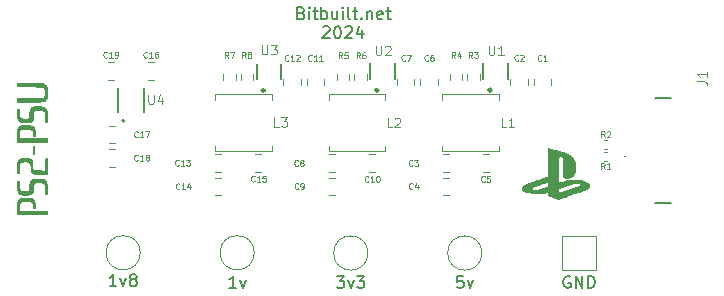
<source format=gbr>
%TF.GenerationSoftware,KiCad,Pcbnew,8.0.5*%
%TF.CreationDate,2024-11-27T10:58:11-07:00*%
%TF.ProjectId,PS2 PSU,50533220-5053-4552-9e6b-696361645f70,rev?*%
%TF.SameCoordinates,Original*%
%TF.FileFunction,Legend,Top*%
%TF.FilePolarity,Positive*%
%FSLAX46Y46*%
G04 Gerber Fmt 4.6, Leading zero omitted, Abs format (unit mm)*
G04 Created by KiCad (PCBNEW 8.0.5) date 2024-11-27 10:58:11*
%MOMM*%
%LPD*%
G01*
G04 APERTURE LIST*
%ADD10C,0.150000*%
%ADD11C,0.100000*%
%ADD12C,0.000000*%
%ADD13C,0.120000*%
%ADD14C,0.250000*%
%ADD15C,0.127000*%
%ADD16C,0.200000*%
G04 APERTURE END LIST*
D10*
X166652380Y-79226037D02*
X166795237Y-79273656D01*
X166795237Y-79273656D02*
X166842856Y-79321275D01*
X166842856Y-79321275D02*
X166890475Y-79416513D01*
X166890475Y-79416513D02*
X166890475Y-79559370D01*
X166890475Y-79559370D02*
X166842856Y-79654608D01*
X166842856Y-79654608D02*
X166795237Y-79702228D01*
X166795237Y-79702228D02*
X166699999Y-79749847D01*
X166699999Y-79749847D02*
X166319047Y-79749847D01*
X166319047Y-79749847D02*
X166319047Y-78749847D01*
X166319047Y-78749847D02*
X166652380Y-78749847D01*
X166652380Y-78749847D02*
X166747618Y-78797466D01*
X166747618Y-78797466D02*
X166795237Y-78845085D01*
X166795237Y-78845085D02*
X166842856Y-78940323D01*
X166842856Y-78940323D02*
X166842856Y-79035561D01*
X166842856Y-79035561D02*
X166795237Y-79130799D01*
X166795237Y-79130799D02*
X166747618Y-79178418D01*
X166747618Y-79178418D02*
X166652380Y-79226037D01*
X166652380Y-79226037D02*
X166319047Y-79226037D01*
X167319047Y-79749847D02*
X167319047Y-79083180D01*
X167319047Y-78749847D02*
X167271428Y-78797466D01*
X167271428Y-78797466D02*
X167319047Y-78845085D01*
X167319047Y-78845085D02*
X167366666Y-78797466D01*
X167366666Y-78797466D02*
X167319047Y-78749847D01*
X167319047Y-78749847D02*
X167319047Y-78845085D01*
X167652380Y-79083180D02*
X168033332Y-79083180D01*
X167795237Y-78749847D02*
X167795237Y-79606989D01*
X167795237Y-79606989D02*
X167842856Y-79702228D01*
X167842856Y-79702228D02*
X167938094Y-79749847D01*
X167938094Y-79749847D02*
X168033332Y-79749847D01*
X168366666Y-79749847D02*
X168366666Y-78749847D01*
X168366666Y-79130799D02*
X168461904Y-79083180D01*
X168461904Y-79083180D02*
X168652380Y-79083180D01*
X168652380Y-79083180D02*
X168747618Y-79130799D01*
X168747618Y-79130799D02*
X168795237Y-79178418D01*
X168795237Y-79178418D02*
X168842856Y-79273656D01*
X168842856Y-79273656D02*
X168842856Y-79559370D01*
X168842856Y-79559370D02*
X168795237Y-79654608D01*
X168795237Y-79654608D02*
X168747618Y-79702228D01*
X168747618Y-79702228D02*
X168652380Y-79749847D01*
X168652380Y-79749847D02*
X168461904Y-79749847D01*
X168461904Y-79749847D02*
X168366666Y-79702228D01*
X169699999Y-79083180D02*
X169699999Y-79749847D01*
X169271428Y-79083180D02*
X169271428Y-79606989D01*
X169271428Y-79606989D02*
X169319047Y-79702228D01*
X169319047Y-79702228D02*
X169414285Y-79749847D01*
X169414285Y-79749847D02*
X169557142Y-79749847D01*
X169557142Y-79749847D02*
X169652380Y-79702228D01*
X169652380Y-79702228D02*
X169699999Y-79654608D01*
X170176190Y-79749847D02*
X170176190Y-79083180D01*
X170176190Y-78749847D02*
X170128571Y-78797466D01*
X170128571Y-78797466D02*
X170176190Y-78845085D01*
X170176190Y-78845085D02*
X170223809Y-78797466D01*
X170223809Y-78797466D02*
X170176190Y-78749847D01*
X170176190Y-78749847D02*
X170176190Y-78845085D01*
X170795237Y-79749847D02*
X170699999Y-79702228D01*
X170699999Y-79702228D02*
X170652380Y-79606989D01*
X170652380Y-79606989D02*
X170652380Y-78749847D01*
X171033333Y-79083180D02*
X171414285Y-79083180D01*
X171176190Y-78749847D02*
X171176190Y-79606989D01*
X171176190Y-79606989D02*
X171223809Y-79702228D01*
X171223809Y-79702228D02*
X171319047Y-79749847D01*
X171319047Y-79749847D02*
X171414285Y-79749847D01*
X171747619Y-79654608D02*
X171795238Y-79702228D01*
X171795238Y-79702228D02*
X171747619Y-79749847D01*
X171747619Y-79749847D02*
X171700000Y-79702228D01*
X171700000Y-79702228D02*
X171747619Y-79654608D01*
X171747619Y-79654608D02*
X171747619Y-79749847D01*
X172223809Y-79083180D02*
X172223809Y-79749847D01*
X172223809Y-79178418D02*
X172271428Y-79130799D01*
X172271428Y-79130799D02*
X172366666Y-79083180D01*
X172366666Y-79083180D02*
X172509523Y-79083180D01*
X172509523Y-79083180D02*
X172604761Y-79130799D01*
X172604761Y-79130799D02*
X172652380Y-79226037D01*
X172652380Y-79226037D02*
X172652380Y-79749847D01*
X173509523Y-79702228D02*
X173414285Y-79749847D01*
X173414285Y-79749847D02*
X173223809Y-79749847D01*
X173223809Y-79749847D02*
X173128571Y-79702228D01*
X173128571Y-79702228D02*
X173080952Y-79606989D01*
X173080952Y-79606989D02*
X173080952Y-79226037D01*
X173080952Y-79226037D02*
X173128571Y-79130799D01*
X173128571Y-79130799D02*
X173223809Y-79083180D01*
X173223809Y-79083180D02*
X173414285Y-79083180D01*
X173414285Y-79083180D02*
X173509523Y-79130799D01*
X173509523Y-79130799D02*
X173557142Y-79226037D01*
X173557142Y-79226037D02*
X173557142Y-79321275D01*
X173557142Y-79321275D02*
X173080952Y-79416513D01*
X173842857Y-79083180D02*
X174223809Y-79083180D01*
X173985714Y-78749847D02*
X173985714Y-79606989D01*
X173985714Y-79606989D02*
X174033333Y-79702228D01*
X174033333Y-79702228D02*
X174128571Y-79749847D01*
X174128571Y-79749847D02*
X174223809Y-79749847D01*
X168485714Y-80455029D02*
X168533333Y-80407410D01*
X168533333Y-80407410D02*
X168628571Y-80359791D01*
X168628571Y-80359791D02*
X168866666Y-80359791D01*
X168866666Y-80359791D02*
X168961904Y-80407410D01*
X168961904Y-80407410D02*
X169009523Y-80455029D01*
X169009523Y-80455029D02*
X169057142Y-80550267D01*
X169057142Y-80550267D02*
X169057142Y-80645505D01*
X169057142Y-80645505D02*
X169009523Y-80788362D01*
X169009523Y-80788362D02*
X168438095Y-81359791D01*
X168438095Y-81359791D02*
X169057142Y-81359791D01*
X169676190Y-80359791D02*
X169771428Y-80359791D01*
X169771428Y-80359791D02*
X169866666Y-80407410D01*
X169866666Y-80407410D02*
X169914285Y-80455029D01*
X169914285Y-80455029D02*
X169961904Y-80550267D01*
X169961904Y-80550267D02*
X170009523Y-80740743D01*
X170009523Y-80740743D02*
X170009523Y-80978838D01*
X170009523Y-80978838D02*
X169961904Y-81169314D01*
X169961904Y-81169314D02*
X169914285Y-81264552D01*
X169914285Y-81264552D02*
X169866666Y-81312172D01*
X169866666Y-81312172D02*
X169771428Y-81359791D01*
X169771428Y-81359791D02*
X169676190Y-81359791D01*
X169676190Y-81359791D02*
X169580952Y-81312172D01*
X169580952Y-81312172D02*
X169533333Y-81264552D01*
X169533333Y-81264552D02*
X169485714Y-81169314D01*
X169485714Y-81169314D02*
X169438095Y-80978838D01*
X169438095Y-80978838D02*
X169438095Y-80740743D01*
X169438095Y-80740743D02*
X169485714Y-80550267D01*
X169485714Y-80550267D02*
X169533333Y-80455029D01*
X169533333Y-80455029D02*
X169580952Y-80407410D01*
X169580952Y-80407410D02*
X169676190Y-80359791D01*
X170390476Y-80455029D02*
X170438095Y-80407410D01*
X170438095Y-80407410D02*
X170533333Y-80359791D01*
X170533333Y-80359791D02*
X170771428Y-80359791D01*
X170771428Y-80359791D02*
X170866666Y-80407410D01*
X170866666Y-80407410D02*
X170914285Y-80455029D01*
X170914285Y-80455029D02*
X170961904Y-80550267D01*
X170961904Y-80550267D02*
X170961904Y-80645505D01*
X170961904Y-80645505D02*
X170914285Y-80788362D01*
X170914285Y-80788362D02*
X170342857Y-81359791D01*
X170342857Y-81359791D02*
X170961904Y-81359791D01*
X171819047Y-80693124D02*
X171819047Y-81359791D01*
X171580952Y-80312172D02*
X171342857Y-81026457D01*
X171342857Y-81026457D02*
X171961904Y-81026457D01*
D11*
X192341666Y-92401109D02*
X192175000Y-92163014D01*
X192055952Y-92401109D02*
X192055952Y-91901109D01*
X192055952Y-91901109D02*
X192246428Y-91901109D01*
X192246428Y-91901109D02*
X192294047Y-91924919D01*
X192294047Y-91924919D02*
X192317857Y-91948728D01*
X192317857Y-91948728D02*
X192341666Y-91996347D01*
X192341666Y-91996347D02*
X192341666Y-92067776D01*
X192341666Y-92067776D02*
X192317857Y-92115395D01*
X192317857Y-92115395D02*
X192294047Y-92139204D01*
X192294047Y-92139204D02*
X192246428Y-92163014D01*
X192246428Y-92163014D02*
X192055952Y-92163014D01*
X192817857Y-92401109D02*
X192532143Y-92401109D01*
X192675000Y-92401109D02*
X192675000Y-91901109D01*
X192675000Y-91901109D02*
X192627381Y-91972538D01*
X192627381Y-91972538D02*
X192579762Y-92020157D01*
X192579762Y-92020157D02*
X192532143Y-92043966D01*
X165553571Y-83228490D02*
X165529762Y-83252300D01*
X165529762Y-83252300D02*
X165458333Y-83276109D01*
X165458333Y-83276109D02*
X165410714Y-83276109D01*
X165410714Y-83276109D02*
X165339286Y-83252300D01*
X165339286Y-83252300D02*
X165291667Y-83204680D01*
X165291667Y-83204680D02*
X165267857Y-83157061D01*
X165267857Y-83157061D02*
X165244048Y-83061823D01*
X165244048Y-83061823D02*
X165244048Y-82990395D01*
X165244048Y-82990395D02*
X165267857Y-82895157D01*
X165267857Y-82895157D02*
X165291667Y-82847538D01*
X165291667Y-82847538D02*
X165339286Y-82799919D01*
X165339286Y-82799919D02*
X165410714Y-82776109D01*
X165410714Y-82776109D02*
X165458333Y-82776109D01*
X165458333Y-82776109D02*
X165529762Y-82799919D01*
X165529762Y-82799919D02*
X165553571Y-82823728D01*
X166029762Y-83276109D02*
X165744048Y-83276109D01*
X165886905Y-83276109D02*
X165886905Y-82776109D01*
X165886905Y-82776109D02*
X165839286Y-82847538D01*
X165839286Y-82847538D02*
X165791667Y-82895157D01*
X165791667Y-82895157D02*
X165744048Y-82918966D01*
X166220238Y-82823728D02*
X166244047Y-82799919D01*
X166244047Y-82799919D02*
X166291666Y-82776109D01*
X166291666Y-82776109D02*
X166410714Y-82776109D01*
X166410714Y-82776109D02*
X166458333Y-82799919D01*
X166458333Y-82799919D02*
X166482142Y-82823728D01*
X166482142Y-82823728D02*
X166505952Y-82871347D01*
X166505952Y-82871347D02*
X166505952Y-82918966D01*
X166505952Y-82918966D02*
X166482142Y-82990395D01*
X166482142Y-82990395D02*
X166196428Y-83276109D01*
X166196428Y-83276109D02*
X166505952Y-83276109D01*
X161941666Y-83026109D02*
X161775000Y-82788014D01*
X161655952Y-83026109D02*
X161655952Y-82526109D01*
X161655952Y-82526109D02*
X161846428Y-82526109D01*
X161846428Y-82526109D02*
X161894047Y-82549919D01*
X161894047Y-82549919D02*
X161917857Y-82573728D01*
X161917857Y-82573728D02*
X161941666Y-82621347D01*
X161941666Y-82621347D02*
X161941666Y-82692776D01*
X161941666Y-82692776D02*
X161917857Y-82740395D01*
X161917857Y-82740395D02*
X161894047Y-82764204D01*
X161894047Y-82764204D02*
X161846428Y-82788014D01*
X161846428Y-82788014D02*
X161655952Y-82788014D01*
X162227381Y-82740395D02*
X162179762Y-82716585D01*
X162179762Y-82716585D02*
X162155952Y-82692776D01*
X162155952Y-82692776D02*
X162132143Y-82645157D01*
X162132143Y-82645157D02*
X162132143Y-82621347D01*
X162132143Y-82621347D02*
X162155952Y-82573728D01*
X162155952Y-82573728D02*
X162179762Y-82549919D01*
X162179762Y-82549919D02*
X162227381Y-82526109D01*
X162227381Y-82526109D02*
X162322619Y-82526109D01*
X162322619Y-82526109D02*
X162370238Y-82549919D01*
X162370238Y-82549919D02*
X162394047Y-82573728D01*
X162394047Y-82573728D02*
X162417857Y-82621347D01*
X162417857Y-82621347D02*
X162417857Y-82645157D01*
X162417857Y-82645157D02*
X162394047Y-82692776D01*
X162394047Y-82692776D02*
X162370238Y-82716585D01*
X162370238Y-82716585D02*
X162322619Y-82740395D01*
X162322619Y-82740395D02*
X162227381Y-82740395D01*
X162227381Y-82740395D02*
X162179762Y-82764204D01*
X162179762Y-82764204D02*
X162155952Y-82788014D01*
X162155952Y-82788014D02*
X162132143Y-82835633D01*
X162132143Y-82835633D02*
X162132143Y-82930871D01*
X162132143Y-82930871D02*
X162155952Y-82978490D01*
X162155952Y-82978490D02*
X162179762Y-83002300D01*
X162179762Y-83002300D02*
X162227381Y-83026109D01*
X162227381Y-83026109D02*
X162322619Y-83026109D01*
X162322619Y-83026109D02*
X162370238Y-83002300D01*
X162370238Y-83002300D02*
X162394047Y-82978490D01*
X162394047Y-82978490D02*
X162417857Y-82930871D01*
X162417857Y-82930871D02*
X162417857Y-82835633D01*
X162417857Y-82835633D02*
X162394047Y-82788014D01*
X162394047Y-82788014D02*
X162370238Y-82764204D01*
X162370238Y-82764204D02*
X162322619Y-82740395D01*
X172965476Y-82014895D02*
X172965476Y-82662514D01*
X172965476Y-82662514D02*
X173003571Y-82738704D01*
X173003571Y-82738704D02*
X173041666Y-82776800D01*
X173041666Y-82776800D02*
X173117857Y-82814895D01*
X173117857Y-82814895D02*
X173270238Y-82814895D01*
X173270238Y-82814895D02*
X173346428Y-82776800D01*
X173346428Y-82776800D02*
X173384523Y-82738704D01*
X173384523Y-82738704D02*
X173422619Y-82662514D01*
X173422619Y-82662514D02*
X173422619Y-82014895D01*
X173765475Y-82091085D02*
X173803571Y-82052990D01*
X173803571Y-82052990D02*
X173879761Y-82014895D01*
X173879761Y-82014895D02*
X174070237Y-82014895D01*
X174070237Y-82014895D02*
X174146428Y-82052990D01*
X174146428Y-82052990D02*
X174184523Y-82091085D01*
X174184523Y-82091085D02*
X174222618Y-82167276D01*
X174222618Y-82167276D02*
X174222618Y-82243466D01*
X174222618Y-82243466D02*
X174184523Y-82357752D01*
X174184523Y-82357752D02*
X173727380Y-82814895D01*
X173727380Y-82814895D02*
X174222618Y-82814895D01*
X164766666Y-88864895D02*
X164385714Y-88864895D01*
X164385714Y-88864895D02*
X164385714Y-88064895D01*
X164957142Y-88064895D02*
X165452380Y-88064895D01*
X165452380Y-88064895D02*
X165185714Y-88369657D01*
X165185714Y-88369657D02*
X165299999Y-88369657D01*
X165299999Y-88369657D02*
X165376190Y-88407752D01*
X165376190Y-88407752D02*
X165414285Y-88445847D01*
X165414285Y-88445847D02*
X165452380Y-88522038D01*
X165452380Y-88522038D02*
X165452380Y-88712514D01*
X165452380Y-88712514D02*
X165414285Y-88788704D01*
X165414285Y-88788704D02*
X165376190Y-88826800D01*
X165376190Y-88826800D02*
X165299999Y-88864895D01*
X165299999Y-88864895D02*
X165071428Y-88864895D01*
X165071428Y-88864895D02*
X164995237Y-88826800D01*
X164995237Y-88826800D02*
X164957142Y-88788704D01*
X177391666Y-83228490D02*
X177367857Y-83252300D01*
X177367857Y-83252300D02*
X177296428Y-83276109D01*
X177296428Y-83276109D02*
X177248809Y-83276109D01*
X177248809Y-83276109D02*
X177177381Y-83252300D01*
X177177381Y-83252300D02*
X177129762Y-83204680D01*
X177129762Y-83204680D02*
X177105952Y-83157061D01*
X177105952Y-83157061D02*
X177082143Y-83061823D01*
X177082143Y-83061823D02*
X177082143Y-82990395D01*
X177082143Y-82990395D02*
X177105952Y-82895157D01*
X177105952Y-82895157D02*
X177129762Y-82847538D01*
X177129762Y-82847538D02*
X177177381Y-82799919D01*
X177177381Y-82799919D02*
X177248809Y-82776109D01*
X177248809Y-82776109D02*
X177296428Y-82776109D01*
X177296428Y-82776109D02*
X177367857Y-82799919D01*
X177367857Y-82799919D02*
X177391666Y-82823728D01*
X177820238Y-82776109D02*
X177725000Y-82776109D01*
X177725000Y-82776109D02*
X177677381Y-82799919D01*
X177677381Y-82799919D02*
X177653571Y-82823728D01*
X177653571Y-82823728D02*
X177605952Y-82895157D01*
X177605952Y-82895157D02*
X177582143Y-82990395D01*
X177582143Y-82990395D02*
X177582143Y-83180871D01*
X177582143Y-83180871D02*
X177605952Y-83228490D01*
X177605952Y-83228490D02*
X177629762Y-83252300D01*
X177629762Y-83252300D02*
X177677381Y-83276109D01*
X177677381Y-83276109D02*
X177772619Y-83276109D01*
X177772619Y-83276109D02*
X177820238Y-83252300D01*
X177820238Y-83252300D02*
X177844047Y-83228490D01*
X177844047Y-83228490D02*
X177867857Y-83180871D01*
X177867857Y-83180871D02*
X177867857Y-83061823D01*
X177867857Y-83061823D02*
X177844047Y-83014204D01*
X177844047Y-83014204D02*
X177820238Y-82990395D01*
X177820238Y-82990395D02*
X177772619Y-82966585D01*
X177772619Y-82966585D02*
X177677381Y-82966585D01*
X177677381Y-82966585D02*
X177629762Y-82990395D01*
X177629762Y-82990395D02*
X177605952Y-83014204D01*
X177605952Y-83014204D02*
X177582143Y-83061823D01*
X171616666Y-83051109D02*
X171450000Y-82813014D01*
X171330952Y-83051109D02*
X171330952Y-82551109D01*
X171330952Y-82551109D02*
X171521428Y-82551109D01*
X171521428Y-82551109D02*
X171569047Y-82574919D01*
X171569047Y-82574919D02*
X171592857Y-82598728D01*
X171592857Y-82598728D02*
X171616666Y-82646347D01*
X171616666Y-82646347D02*
X171616666Y-82717776D01*
X171616666Y-82717776D02*
X171592857Y-82765395D01*
X171592857Y-82765395D02*
X171569047Y-82789204D01*
X171569047Y-82789204D02*
X171521428Y-82813014D01*
X171521428Y-82813014D02*
X171330952Y-82813014D01*
X172045238Y-82551109D02*
X171950000Y-82551109D01*
X171950000Y-82551109D02*
X171902381Y-82574919D01*
X171902381Y-82574919D02*
X171878571Y-82598728D01*
X171878571Y-82598728D02*
X171830952Y-82670157D01*
X171830952Y-82670157D02*
X171807143Y-82765395D01*
X171807143Y-82765395D02*
X171807143Y-82955871D01*
X171807143Y-82955871D02*
X171830952Y-83003490D01*
X171830952Y-83003490D02*
X171854762Y-83027300D01*
X171854762Y-83027300D02*
X171902381Y-83051109D01*
X171902381Y-83051109D02*
X171997619Y-83051109D01*
X171997619Y-83051109D02*
X172045238Y-83027300D01*
X172045238Y-83027300D02*
X172069047Y-83003490D01*
X172069047Y-83003490D02*
X172092857Y-82955871D01*
X172092857Y-82955871D02*
X172092857Y-82836823D01*
X172092857Y-82836823D02*
X172069047Y-82789204D01*
X172069047Y-82789204D02*
X172045238Y-82765395D01*
X172045238Y-82765395D02*
X171997619Y-82741585D01*
X171997619Y-82741585D02*
X171902381Y-82741585D01*
X171902381Y-82741585D02*
X171854762Y-82765395D01*
X171854762Y-82765395D02*
X171830952Y-82789204D01*
X171830952Y-82789204D02*
X171807143Y-82836823D01*
X186991666Y-83228490D02*
X186967857Y-83252300D01*
X186967857Y-83252300D02*
X186896428Y-83276109D01*
X186896428Y-83276109D02*
X186848809Y-83276109D01*
X186848809Y-83276109D02*
X186777381Y-83252300D01*
X186777381Y-83252300D02*
X186729762Y-83204680D01*
X186729762Y-83204680D02*
X186705952Y-83157061D01*
X186705952Y-83157061D02*
X186682143Y-83061823D01*
X186682143Y-83061823D02*
X186682143Y-82990395D01*
X186682143Y-82990395D02*
X186705952Y-82895157D01*
X186705952Y-82895157D02*
X186729762Y-82847538D01*
X186729762Y-82847538D02*
X186777381Y-82799919D01*
X186777381Y-82799919D02*
X186848809Y-82776109D01*
X186848809Y-82776109D02*
X186896428Y-82776109D01*
X186896428Y-82776109D02*
X186967857Y-82799919D01*
X186967857Y-82799919D02*
X186991666Y-82823728D01*
X187467857Y-83276109D02*
X187182143Y-83276109D01*
X187325000Y-83276109D02*
X187325000Y-82776109D01*
X187325000Y-82776109D02*
X187277381Y-82847538D01*
X187277381Y-82847538D02*
X187229762Y-82895157D01*
X187229762Y-82895157D02*
X187182143Y-82918966D01*
X153603571Y-82953490D02*
X153579762Y-82977300D01*
X153579762Y-82977300D02*
X153508333Y-83001109D01*
X153508333Y-83001109D02*
X153460714Y-83001109D01*
X153460714Y-83001109D02*
X153389286Y-82977300D01*
X153389286Y-82977300D02*
X153341667Y-82929680D01*
X153341667Y-82929680D02*
X153317857Y-82882061D01*
X153317857Y-82882061D02*
X153294048Y-82786823D01*
X153294048Y-82786823D02*
X153294048Y-82715395D01*
X153294048Y-82715395D02*
X153317857Y-82620157D01*
X153317857Y-82620157D02*
X153341667Y-82572538D01*
X153341667Y-82572538D02*
X153389286Y-82524919D01*
X153389286Y-82524919D02*
X153460714Y-82501109D01*
X153460714Y-82501109D02*
X153508333Y-82501109D01*
X153508333Y-82501109D02*
X153579762Y-82524919D01*
X153579762Y-82524919D02*
X153603571Y-82548728D01*
X154079762Y-83001109D02*
X153794048Y-83001109D01*
X153936905Y-83001109D02*
X153936905Y-82501109D01*
X153936905Y-82501109D02*
X153889286Y-82572538D01*
X153889286Y-82572538D02*
X153841667Y-82620157D01*
X153841667Y-82620157D02*
X153794048Y-82643966D01*
X154508333Y-82501109D02*
X154413095Y-82501109D01*
X154413095Y-82501109D02*
X154365476Y-82524919D01*
X154365476Y-82524919D02*
X154341666Y-82548728D01*
X154341666Y-82548728D02*
X154294047Y-82620157D01*
X154294047Y-82620157D02*
X154270238Y-82715395D01*
X154270238Y-82715395D02*
X154270238Y-82905871D01*
X154270238Y-82905871D02*
X154294047Y-82953490D01*
X154294047Y-82953490D02*
X154317857Y-82977300D01*
X154317857Y-82977300D02*
X154365476Y-83001109D01*
X154365476Y-83001109D02*
X154460714Y-83001109D01*
X154460714Y-83001109D02*
X154508333Y-82977300D01*
X154508333Y-82977300D02*
X154532142Y-82953490D01*
X154532142Y-82953490D02*
X154555952Y-82905871D01*
X154555952Y-82905871D02*
X154555952Y-82786823D01*
X154555952Y-82786823D02*
X154532142Y-82739204D01*
X154532142Y-82739204D02*
X154508333Y-82715395D01*
X154508333Y-82715395D02*
X154460714Y-82691585D01*
X154460714Y-82691585D02*
X154365476Y-82691585D01*
X154365476Y-82691585D02*
X154317857Y-82715395D01*
X154317857Y-82715395D02*
X154294047Y-82739204D01*
X154294047Y-82739204D02*
X154270238Y-82786823D01*
X153690476Y-86139895D02*
X153690476Y-86787514D01*
X153690476Y-86787514D02*
X153728571Y-86863704D01*
X153728571Y-86863704D02*
X153766666Y-86901800D01*
X153766666Y-86901800D02*
X153842857Y-86939895D01*
X153842857Y-86939895D02*
X153995238Y-86939895D01*
X153995238Y-86939895D02*
X154071428Y-86901800D01*
X154071428Y-86901800D02*
X154109523Y-86863704D01*
X154109523Y-86863704D02*
X154147619Y-86787514D01*
X154147619Y-86787514D02*
X154147619Y-86139895D01*
X154871428Y-86406561D02*
X154871428Y-86939895D01*
X154680952Y-86101800D02*
X154490475Y-86673228D01*
X154490475Y-86673228D02*
X154985714Y-86673228D01*
X200164895Y-84991666D02*
X200736323Y-84991666D01*
X200736323Y-84991666D02*
X200850609Y-85029761D01*
X200850609Y-85029761D02*
X200926800Y-85105952D01*
X200926800Y-85105952D02*
X200964895Y-85220237D01*
X200964895Y-85220237D02*
X200964895Y-85296428D01*
X200964895Y-84191666D02*
X200964895Y-84648809D01*
X200964895Y-84420237D02*
X200164895Y-84420237D01*
X200164895Y-84420237D02*
X200279180Y-84496428D01*
X200279180Y-84496428D02*
X200355371Y-84572618D01*
X200355371Y-84572618D02*
X200393466Y-84648809D01*
X163315476Y-81939895D02*
X163315476Y-82587514D01*
X163315476Y-82587514D02*
X163353571Y-82663704D01*
X163353571Y-82663704D02*
X163391666Y-82701800D01*
X163391666Y-82701800D02*
X163467857Y-82739895D01*
X163467857Y-82739895D02*
X163620238Y-82739895D01*
X163620238Y-82739895D02*
X163696428Y-82701800D01*
X163696428Y-82701800D02*
X163734523Y-82663704D01*
X163734523Y-82663704D02*
X163772619Y-82587514D01*
X163772619Y-82587514D02*
X163772619Y-81939895D01*
X164077380Y-81939895D02*
X164572618Y-81939895D01*
X164572618Y-81939895D02*
X164305952Y-82244657D01*
X164305952Y-82244657D02*
X164420237Y-82244657D01*
X164420237Y-82244657D02*
X164496428Y-82282752D01*
X164496428Y-82282752D02*
X164534523Y-82320847D01*
X164534523Y-82320847D02*
X164572618Y-82397038D01*
X164572618Y-82397038D02*
X164572618Y-82587514D01*
X164572618Y-82587514D02*
X164534523Y-82663704D01*
X164534523Y-82663704D02*
X164496428Y-82701800D01*
X164496428Y-82701800D02*
X164420237Y-82739895D01*
X164420237Y-82739895D02*
X164191666Y-82739895D01*
X164191666Y-82739895D02*
X164115475Y-82701800D01*
X164115475Y-82701800D02*
X164077380Y-82663704D01*
X170116666Y-83051109D02*
X169950000Y-82813014D01*
X169830952Y-83051109D02*
X169830952Y-82551109D01*
X169830952Y-82551109D02*
X170021428Y-82551109D01*
X170021428Y-82551109D02*
X170069047Y-82574919D01*
X170069047Y-82574919D02*
X170092857Y-82598728D01*
X170092857Y-82598728D02*
X170116666Y-82646347D01*
X170116666Y-82646347D02*
X170116666Y-82717776D01*
X170116666Y-82717776D02*
X170092857Y-82765395D01*
X170092857Y-82765395D02*
X170069047Y-82789204D01*
X170069047Y-82789204D02*
X170021428Y-82813014D01*
X170021428Y-82813014D02*
X169830952Y-82813014D01*
X170569047Y-82551109D02*
X170330952Y-82551109D01*
X170330952Y-82551109D02*
X170307143Y-82789204D01*
X170307143Y-82789204D02*
X170330952Y-82765395D01*
X170330952Y-82765395D02*
X170378571Y-82741585D01*
X170378571Y-82741585D02*
X170497619Y-82741585D01*
X170497619Y-82741585D02*
X170545238Y-82765395D01*
X170545238Y-82765395D02*
X170569047Y-82789204D01*
X170569047Y-82789204D02*
X170592857Y-82836823D01*
X170592857Y-82836823D02*
X170592857Y-82955871D01*
X170592857Y-82955871D02*
X170569047Y-83003490D01*
X170569047Y-83003490D02*
X170545238Y-83027300D01*
X170545238Y-83027300D02*
X170497619Y-83051109D01*
X170497619Y-83051109D02*
X170378571Y-83051109D01*
X170378571Y-83051109D02*
X170330952Y-83027300D01*
X170330952Y-83027300D02*
X170307143Y-83003490D01*
X176066666Y-92128490D02*
X176042857Y-92152300D01*
X176042857Y-92152300D02*
X175971428Y-92176109D01*
X175971428Y-92176109D02*
X175923809Y-92176109D01*
X175923809Y-92176109D02*
X175852381Y-92152300D01*
X175852381Y-92152300D02*
X175804762Y-92104680D01*
X175804762Y-92104680D02*
X175780952Y-92057061D01*
X175780952Y-92057061D02*
X175757143Y-91961823D01*
X175757143Y-91961823D02*
X175757143Y-91890395D01*
X175757143Y-91890395D02*
X175780952Y-91795157D01*
X175780952Y-91795157D02*
X175804762Y-91747538D01*
X175804762Y-91747538D02*
X175852381Y-91699919D01*
X175852381Y-91699919D02*
X175923809Y-91676109D01*
X175923809Y-91676109D02*
X175971428Y-91676109D01*
X175971428Y-91676109D02*
X176042857Y-91699919D01*
X176042857Y-91699919D02*
X176066666Y-91723728D01*
X176233333Y-91676109D02*
X176542857Y-91676109D01*
X176542857Y-91676109D02*
X176376190Y-91866585D01*
X176376190Y-91866585D02*
X176447619Y-91866585D01*
X176447619Y-91866585D02*
X176495238Y-91890395D01*
X176495238Y-91890395D02*
X176519047Y-91914204D01*
X176519047Y-91914204D02*
X176542857Y-91961823D01*
X176542857Y-91961823D02*
X176542857Y-92080871D01*
X176542857Y-92080871D02*
X176519047Y-92128490D01*
X176519047Y-92128490D02*
X176495238Y-92152300D01*
X176495238Y-92152300D02*
X176447619Y-92176109D01*
X176447619Y-92176109D02*
X176304762Y-92176109D01*
X176304762Y-92176109D02*
X176257143Y-92152300D01*
X176257143Y-92152300D02*
X176233333Y-92128490D01*
X156328571Y-94103490D02*
X156304762Y-94127300D01*
X156304762Y-94127300D02*
X156233333Y-94151109D01*
X156233333Y-94151109D02*
X156185714Y-94151109D01*
X156185714Y-94151109D02*
X156114286Y-94127300D01*
X156114286Y-94127300D02*
X156066667Y-94079680D01*
X156066667Y-94079680D02*
X156042857Y-94032061D01*
X156042857Y-94032061D02*
X156019048Y-93936823D01*
X156019048Y-93936823D02*
X156019048Y-93865395D01*
X156019048Y-93865395D02*
X156042857Y-93770157D01*
X156042857Y-93770157D02*
X156066667Y-93722538D01*
X156066667Y-93722538D02*
X156114286Y-93674919D01*
X156114286Y-93674919D02*
X156185714Y-93651109D01*
X156185714Y-93651109D02*
X156233333Y-93651109D01*
X156233333Y-93651109D02*
X156304762Y-93674919D01*
X156304762Y-93674919D02*
X156328571Y-93698728D01*
X156804762Y-94151109D02*
X156519048Y-94151109D01*
X156661905Y-94151109D02*
X156661905Y-93651109D01*
X156661905Y-93651109D02*
X156614286Y-93722538D01*
X156614286Y-93722538D02*
X156566667Y-93770157D01*
X156566667Y-93770157D02*
X156519048Y-93793966D01*
X157233333Y-93817776D02*
X157233333Y-94151109D01*
X157114285Y-93627300D02*
X156995238Y-93984442D01*
X156995238Y-93984442D02*
X157304761Y-93984442D01*
X175441666Y-83228490D02*
X175417857Y-83252300D01*
X175417857Y-83252300D02*
X175346428Y-83276109D01*
X175346428Y-83276109D02*
X175298809Y-83276109D01*
X175298809Y-83276109D02*
X175227381Y-83252300D01*
X175227381Y-83252300D02*
X175179762Y-83204680D01*
X175179762Y-83204680D02*
X175155952Y-83157061D01*
X175155952Y-83157061D02*
X175132143Y-83061823D01*
X175132143Y-83061823D02*
X175132143Y-82990395D01*
X175132143Y-82990395D02*
X175155952Y-82895157D01*
X175155952Y-82895157D02*
X175179762Y-82847538D01*
X175179762Y-82847538D02*
X175227381Y-82799919D01*
X175227381Y-82799919D02*
X175298809Y-82776109D01*
X175298809Y-82776109D02*
X175346428Y-82776109D01*
X175346428Y-82776109D02*
X175417857Y-82799919D01*
X175417857Y-82799919D02*
X175441666Y-82823728D01*
X175608333Y-82776109D02*
X175941666Y-82776109D01*
X175941666Y-82776109D02*
X175727381Y-83276109D01*
D10*
X189408095Y-101562438D02*
X189312857Y-101514819D01*
X189312857Y-101514819D02*
X189170000Y-101514819D01*
X189170000Y-101514819D02*
X189027143Y-101562438D01*
X189027143Y-101562438D02*
X188931905Y-101657676D01*
X188931905Y-101657676D02*
X188884286Y-101752914D01*
X188884286Y-101752914D02*
X188836667Y-101943390D01*
X188836667Y-101943390D02*
X188836667Y-102086247D01*
X188836667Y-102086247D02*
X188884286Y-102276723D01*
X188884286Y-102276723D02*
X188931905Y-102371961D01*
X188931905Y-102371961D02*
X189027143Y-102467200D01*
X189027143Y-102467200D02*
X189170000Y-102514819D01*
X189170000Y-102514819D02*
X189265238Y-102514819D01*
X189265238Y-102514819D02*
X189408095Y-102467200D01*
X189408095Y-102467200D02*
X189455714Y-102419580D01*
X189455714Y-102419580D02*
X189455714Y-102086247D01*
X189455714Y-102086247D02*
X189265238Y-102086247D01*
X189884286Y-102514819D02*
X189884286Y-101514819D01*
X189884286Y-101514819D02*
X190455714Y-102514819D01*
X190455714Y-102514819D02*
X190455714Y-101514819D01*
X190931905Y-102514819D02*
X190931905Y-101514819D01*
X190931905Y-101514819D02*
X191170000Y-101514819D01*
X191170000Y-101514819D02*
X191312857Y-101562438D01*
X191312857Y-101562438D02*
X191408095Y-101657676D01*
X191408095Y-101657676D02*
X191455714Y-101752914D01*
X191455714Y-101752914D02*
X191503333Y-101943390D01*
X191503333Y-101943390D02*
X191503333Y-102086247D01*
X191503333Y-102086247D02*
X191455714Y-102276723D01*
X191455714Y-102276723D02*
X191408095Y-102371961D01*
X191408095Y-102371961D02*
X191312857Y-102467200D01*
X191312857Y-102467200D02*
X191170000Y-102514819D01*
X191170000Y-102514819D02*
X190931905Y-102514819D01*
D11*
X160491666Y-83026109D02*
X160325000Y-82788014D01*
X160205952Y-83026109D02*
X160205952Y-82526109D01*
X160205952Y-82526109D02*
X160396428Y-82526109D01*
X160396428Y-82526109D02*
X160444047Y-82549919D01*
X160444047Y-82549919D02*
X160467857Y-82573728D01*
X160467857Y-82573728D02*
X160491666Y-82621347D01*
X160491666Y-82621347D02*
X160491666Y-82692776D01*
X160491666Y-82692776D02*
X160467857Y-82740395D01*
X160467857Y-82740395D02*
X160444047Y-82764204D01*
X160444047Y-82764204D02*
X160396428Y-82788014D01*
X160396428Y-82788014D02*
X160205952Y-82788014D01*
X160658333Y-82526109D02*
X160991666Y-82526109D01*
X160991666Y-82526109D02*
X160777381Y-83026109D01*
X166391666Y-94078490D02*
X166367857Y-94102300D01*
X166367857Y-94102300D02*
X166296428Y-94126109D01*
X166296428Y-94126109D02*
X166248809Y-94126109D01*
X166248809Y-94126109D02*
X166177381Y-94102300D01*
X166177381Y-94102300D02*
X166129762Y-94054680D01*
X166129762Y-94054680D02*
X166105952Y-94007061D01*
X166105952Y-94007061D02*
X166082143Y-93911823D01*
X166082143Y-93911823D02*
X166082143Y-93840395D01*
X166082143Y-93840395D02*
X166105952Y-93745157D01*
X166105952Y-93745157D02*
X166129762Y-93697538D01*
X166129762Y-93697538D02*
X166177381Y-93649919D01*
X166177381Y-93649919D02*
X166248809Y-93626109D01*
X166248809Y-93626109D02*
X166296428Y-93626109D01*
X166296428Y-93626109D02*
X166367857Y-93649919D01*
X166367857Y-93649919D02*
X166391666Y-93673728D01*
X166629762Y-94126109D02*
X166725000Y-94126109D01*
X166725000Y-94126109D02*
X166772619Y-94102300D01*
X166772619Y-94102300D02*
X166796428Y-94078490D01*
X166796428Y-94078490D02*
X166844047Y-94007061D01*
X166844047Y-94007061D02*
X166867857Y-93911823D01*
X166867857Y-93911823D02*
X166867857Y-93721347D01*
X166867857Y-93721347D02*
X166844047Y-93673728D01*
X166844047Y-93673728D02*
X166820238Y-93649919D01*
X166820238Y-93649919D02*
X166772619Y-93626109D01*
X166772619Y-93626109D02*
X166677381Y-93626109D01*
X166677381Y-93626109D02*
X166629762Y-93649919D01*
X166629762Y-93649919D02*
X166605952Y-93673728D01*
X166605952Y-93673728D02*
X166582143Y-93721347D01*
X166582143Y-93721347D02*
X166582143Y-93840395D01*
X166582143Y-93840395D02*
X166605952Y-93888014D01*
X166605952Y-93888014D02*
X166629762Y-93911823D01*
X166629762Y-93911823D02*
X166677381Y-93935633D01*
X166677381Y-93935633D02*
X166772619Y-93935633D01*
X166772619Y-93935633D02*
X166820238Y-93911823D01*
X166820238Y-93911823D02*
X166844047Y-93888014D01*
X166844047Y-93888014D02*
X166867857Y-93840395D01*
X152803571Y-91678490D02*
X152779762Y-91702300D01*
X152779762Y-91702300D02*
X152708333Y-91726109D01*
X152708333Y-91726109D02*
X152660714Y-91726109D01*
X152660714Y-91726109D02*
X152589286Y-91702300D01*
X152589286Y-91702300D02*
X152541667Y-91654680D01*
X152541667Y-91654680D02*
X152517857Y-91607061D01*
X152517857Y-91607061D02*
X152494048Y-91511823D01*
X152494048Y-91511823D02*
X152494048Y-91440395D01*
X152494048Y-91440395D02*
X152517857Y-91345157D01*
X152517857Y-91345157D02*
X152541667Y-91297538D01*
X152541667Y-91297538D02*
X152589286Y-91249919D01*
X152589286Y-91249919D02*
X152660714Y-91226109D01*
X152660714Y-91226109D02*
X152708333Y-91226109D01*
X152708333Y-91226109D02*
X152779762Y-91249919D01*
X152779762Y-91249919D02*
X152803571Y-91273728D01*
X153279762Y-91726109D02*
X152994048Y-91726109D01*
X153136905Y-91726109D02*
X153136905Y-91226109D01*
X153136905Y-91226109D02*
X153089286Y-91297538D01*
X153089286Y-91297538D02*
X153041667Y-91345157D01*
X153041667Y-91345157D02*
X152994048Y-91368966D01*
X153565476Y-91440395D02*
X153517857Y-91416585D01*
X153517857Y-91416585D02*
X153494047Y-91392776D01*
X153494047Y-91392776D02*
X153470238Y-91345157D01*
X153470238Y-91345157D02*
X153470238Y-91321347D01*
X153470238Y-91321347D02*
X153494047Y-91273728D01*
X153494047Y-91273728D02*
X153517857Y-91249919D01*
X153517857Y-91249919D02*
X153565476Y-91226109D01*
X153565476Y-91226109D02*
X153660714Y-91226109D01*
X153660714Y-91226109D02*
X153708333Y-91249919D01*
X153708333Y-91249919D02*
X153732142Y-91273728D01*
X153732142Y-91273728D02*
X153755952Y-91321347D01*
X153755952Y-91321347D02*
X153755952Y-91345157D01*
X153755952Y-91345157D02*
X153732142Y-91392776D01*
X153732142Y-91392776D02*
X153708333Y-91416585D01*
X153708333Y-91416585D02*
X153660714Y-91440395D01*
X153660714Y-91440395D02*
X153565476Y-91440395D01*
X153565476Y-91440395D02*
X153517857Y-91464204D01*
X153517857Y-91464204D02*
X153494047Y-91488014D01*
X153494047Y-91488014D02*
X153470238Y-91535633D01*
X153470238Y-91535633D02*
X153470238Y-91630871D01*
X153470238Y-91630871D02*
X153494047Y-91678490D01*
X153494047Y-91678490D02*
X153517857Y-91702300D01*
X153517857Y-91702300D02*
X153565476Y-91726109D01*
X153565476Y-91726109D02*
X153660714Y-91726109D01*
X153660714Y-91726109D02*
X153708333Y-91702300D01*
X153708333Y-91702300D02*
X153732142Y-91678490D01*
X153732142Y-91678490D02*
X153755952Y-91630871D01*
X153755952Y-91630871D02*
X153755952Y-91535633D01*
X153755952Y-91535633D02*
X153732142Y-91488014D01*
X153732142Y-91488014D02*
X153708333Y-91464204D01*
X153708333Y-91464204D02*
X153660714Y-91440395D01*
X150203571Y-82953490D02*
X150179762Y-82977300D01*
X150179762Y-82977300D02*
X150108333Y-83001109D01*
X150108333Y-83001109D02*
X150060714Y-83001109D01*
X150060714Y-83001109D02*
X149989286Y-82977300D01*
X149989286Y-82977300D02*
X149941667Y-82929680D01*
X149941667Y-82929680D02*
X149917857Y-82882061D01*
X149917857Y-82882061D02*
X149894048Y-82786823D01*
X149894048Y-82786823D02*
X149894048Y-82715395D01*
X149894048Y-82715395D02*
X149917857Y-82620157D01*
X149917857Y-82620157D02*
X149941667Y-82572538D01*
X149941667Y-82572538D02*
X149989286Y-82524919D01*
X149989286Y-82524919D02*
X150060714Y-82501109D01*
X150060714Y-82501109D02*
X150108333Y-82501109D01*
X150108333Y-82501109D02*
X150179762Y-82524919D01*
X150179762Y-82524919D02*
X150203571Y-82548728D01*
X150679762Y-83001109D02*
X150394048Y-83001109D01*
X150536905Y-83001109D02*
X150536905Y-82501109D01*
X150536905Y-82501109D02*
X150489286Y-82572538D01*
X150489286Y-82572538D02*
X150441667Y-82620157D01*
X150441667Y-82620157D02*
X150394048Y-82643966D01*
X150917857Y-83001109D02*
X151013095Y-83001109D01*
X151013095Y-83001109D02*
X151060714Y-82977300D01*
X151060714Y-82977300D02*
X151084523Y-82953490D01*
X151084523Y-82953490D02*
X151132142Y-82882061D01*
X151132142Y-82882061D02*
X151155952Y-82786823D01*
X151155952Y-82786823D02*
X151155952Y-82596347D01*
X151155952Y-82596347D02*
X151132142Y-82548728D01*
X151132142Y-82548728D02*
X151108333Y-82524919D01*
X151108333Y-82524919D02*
X151060714Y-82501109D01*
X151060714Y-82501109D02*
X150965476Y-82501109D01*
X150965476Y-82501109D02*
X150917857Y-82524919D01*
X150917857Y-82524919D02*
X150894047Y-82548728D01*
X150894047Y-82548728D02*
X150870238Y-82596347D01*
X150870238Y-82596347D02*
X150870238Y-82715395D01*
X150870238Y-82715395D02*
X150894047Y-82763014D01*
X150894047Y-82763014D02*
X150917857Y-82786823D01*
X150917857Y-82786823D02*
X150965476Y-82810633D01*
X150965476Y-82810633D02*
X151060714Y-82810633D01*
X151060714Y-82810633D02*
X151108333Y-82786823D01*
X151108333Y-82786823D02*
X151132142Y-82763014D01*
X151132142Y-82763014D02*
X151155952Y-82715395D01*
X156278571Y-92103490D02*
X156254762Y-92127300D01*
X156254762Y-92127300D02*
X156183333Y-92151109D01*
X156183333Y-92151109D02*
X156135714Y-92151109D01*
X156135714Y-92151109D02*
X156064286Y-92127300D01*
X156064286Y-92127300D02*
X156016667Y-92079680D01*
X156016667Y-92079680D02*
X155992857Y-92032061D01*
X155992857Y-92032061D02*
X155969048Y-91936823D01*
X155969048Y-91936823D02*
X155969048Y-91865395D01*
X155969048Y-91865395D02*
X155992857Y-91770157D01*
X155992857Y-91770157D02*
X156016667Y-91722538D01*
X156016667Y-91722538D02*
X156064286Y-91674919D01*
X156064286Y-91674919D02*
X156135714Y-91651109D01*
X156135714Y-91651109D02*
X156183333Y-91651109D01*
X156183333Y-91651109D02*
X156254762Y-91674919D01*
X156254762Y-91674919D02*
X156278571Y-91698728D01*
X156754762Y-92151109D02*
X156469048Y-92151109D01*
X156611905Y-92151109D02*
X156611905Y-91651109D01*
X156611905Y-91651109D02*
X156564286Y-91722538D01*
X156564286Y-91722538D02*
X156516667Y-91770157D01*
X156516667Y-91770157D02*
X156469048Y-91793966D01*
X156921428Y-91651109D02*
X157230952Y-91651109D01*
X157230952Y-91651109D02*
X157064285Y-91841585D01*
X157064285Y-91841585D02*
X157135714Y-91841585D01*
X157135714Y-91841585D02*
X157183333Y-91865395D01*
X157183333Y-91865395D02*
X157207142Y-91889204D01*
X157207142Y-91889204D02*
X157230952Y-91936823D01*
X157230952Y-91936823D02*
X157230952Y-92055871D01*
X157230952Y-92055871D02*
X157207142Y-92103490D01*
X157207142Y-92103490D02*
X157183333Y-92127300D01*
X157183333Y-92127300D02*
X157135714Y-92151109D01*
X157135714Y-92151109D02*
X156992857Y-92151109D01*
X156992857Y-92151109D02*
X156945238Y-92127300D01*
X156945238Y-92127300D02*
X156921428Y-92103490D01*
D10*
X151003571Y-102354819D02*
X150432143Y-102354819D01*
X150717857Y-102354819D02*
X150717857Y-101354819D01*
X150717857Y-101354819D02*
X150622619Y-101497676D01*
X150622619Y-101497676D02*
X150527381Y-101592914D01*
X150527381Y-101592914D02*
X150432143Y-101640533D01*
X151336905Y-101688152D02*
X151575000Y-102354819D01*
X151575000Y-102354819D02*
X151813095Y-101688152D01*
X152336905Y-101783390D02*
X152241667Y-101735771D01*
X152241667Y-101735771D02*
X152194048Y-101688152D01*
X152194048Y-101688152D02*
X152146429Y-101592914D01*
X152146429Y-101592914D02*
X152146429Y-101545295D01*
X152146429Y-101545295D02*
X152194048Y-101450057D01*
X152194048Y-101450057D02*
X152241667Y-101402438D01*
X152241667Y-101402438D02*
X152336905Y-101354819D01*
X152336905Y-101354819D02*
X152527381Y-101354819D01*
X152527381Y-101354819D02*
X152622619Y-101402438D01*
X152622619Y-101402438D02*
X152670238Y-101450057D01*
X152670238Y-101450057D02*
X152717857Y-101545295D01*
X152717857Y-101545295D02*
X152717857Y-101592914D01*
X152717857Y-101592914D02*
X152670238Y-101688152D01*
X152670238Y-101688152D02*
X152622619Y-101735771D01*
X152622619Y-101735771D02*
X152527381Y-101783390D01*
X152527381Y-101783390D02*
X152336905Y-101783390D01*
X152336905Y-101783390D02*
X152241667Y-101831009D01*
X152241667Y-101831009D02*
X152194048Y-101878628D01*
X152194048Y-101878628D02*
X152146429Y-101973866D01*
X152146429Y-101973866D02*
X152146429Y-102164342D01*
X152146429Y-102164342D02*
X152194048Y-102259580D01*
X152194048Y-102259580D02*
X152241667Y-102307200D01*
X152241667Y-102307200D02*
X152336905Y-102354819D01*
X152336905Y-102354819D02*
X152527381Y-102354819D01*
X152527381Y-102354819D02*
X152622619Y-102307200D01*
X152622619Y-102307200D02*
X152670238Y-102259580D01*
X152670238Y-102259580D02*
X152717857Y-102164342D01*
X152717857Y-102164342D02*
X152717857Y-101973866D01*
X152717857Y-101973866D02*
X152670238Y-101878628D01*
X152670238Y-101878628D02*
X152622619Y-101831009D01*
X152622619Y-101831009D02*
X152527381Y-101783390D01*
X161129761Y-102504819D02*
X160558333Y-102504819D01*
X160844047Y-102504819D02*
X160844047Y-101504819D01*
X160844047Y-101504819D02*
X160748809Y-101647676D01*
X160748809Y-101647676D02*
X160653571Y-101742914D01*
X160653571Y-101742914D02*
X160558333Y-101790533D01*
X161463095Y-101838152D02*
X161701190Y-102504819D01*
X161701190Y-102504819D02*
X161939285Y-101838152D01*
D11*
X167528571Y-83228490D02*
X167504762Y-83252300D01*
X167504762Y-83252300D02*
X167433333Y-83276109D01*
X167433333Y-83276109D02*
X167385714Y-83276109D01*
X167385714Y-83276109D02*
X167314286Y-83252300D01*
X167314286Y-83252300D02*
X167266667Y-83204680D01*
X167266667Y-83204680D02*
X167242857Y-83157061D01*
X167242857Y-83157061D02*
X167219048Y-83061823D01*
X167219048Y-83061823D02*
X167219048Y-82990395D01*
X167219048Y-82990395D02*
X167242857Y-82895157D01*
X167242857Y-82895157D02*
X167266667Y-82847538D01*
X167266667Y-82847538D02*
X167314286Y-82799919D01*
X167314286Y-82799919D02*
X167385714Y-82776109D01*
X167385714Y-82776109D02*
X167433333Y-82776109D01*
X167433333Y-82776109D02*
X167504762Y-82799919D01*
X167504762Y-82799919D02*
X167528571Y-82823728D01*
X168004762Y-83276109D02*
X167719048Y-83276109D01*
X167861905Y-83276109D02*
X167861905Y-82776109D01*
X167861905Y-82776109D02*
X167814286Y-82847538D01*
X167814286Y-82847538D02*
X167766667Y-82895157D01*
X167766667Y-82895157D02*
X167719048Y-82918966D01*
X168480952Y-83276109D02*
X168195238Y-83276109D01*
X168338095Y-83276109D02*
X168338095Y-82776109D01*
X168338095Y-82776109D02*
X168290476Y-82847538D01*
X168290476Y-82847538D02*
X168242857Y-82895157D01*
X168242857Y-82895157D02*
X168195238Y-82918966D01*
X183991666Y-88889895D02*
X183610714Y-88889895D01*
X183610714Y-88889895D02*
X183610714Y-88089895D01*
X184677380Y-88889895D02*
X184220237Y-88889895D01*
X184448809Y-88889895D02*
X184448809Y-88089895D01*
X184448809Y-88089895D02*
X184372618Y-88204180D01*
X184372618Y-88204180D02*
X184296428Y-88280371D01*
X184296428Y-88280371D02*
X184220237Y-88318466D01*
X174351666Y-88889895D02*
X173970714Y-88889895D01*
X173970714Y-88889895D02*
X173970714Y-88089895D01*
X174580237Y-88166085D02*
X174618333Y-88127990D01*
X174618333Y-88127990D02*
X174694523Y-88089895D01*
X174694523Y-88089895D02*
X174884999Y-88089895D01*
X174884999Y-88089895D02*
X174961190Y-88127990D01*
X174961190Y-88127990D02*
X174999285Y-88166085D01*
X174999285Y-88166085D02*
X175037380Y-88242276D01*
X175037380Y-88242276D02*
X175037380Y-88318466D01*
X175037380Y-88318466D02*
X174999285Y-88432752D01*
X174999285Y-88432752D02*
X174542142Y-88889895D01*
X174542142Y-88889895D02*
X175037380Y-88889895D01*
X185016666Y-83228490D02*
X184992857Y-83252300D01*
X184992857Y-83252300D02*
X184921428Y-83276109D01*
X184921428Y-83276109D02*
X184873809Y-83276109D01*
X184873809Y-83276109D02*
X184802381Y-83252300D01*
X184802381Y-83252300D02*
X184754762Y-83204680D01*
X184754762Y-83204680D02*
X184730952Y-83157061D01*
X184730952Y-83157061D02*
X184707143Y-83061823D01*
X184707143Y-83061823D02*
X184707143Y-82990395D01*
X184707143Y-82990395D02*
X184730952Y-82895157D01*
X184730952Y-82895157D02*
X184754762Y-82847538D01*
X184754762Y-82847538D02*
X184802381Y-82799919D01*
X184802381Y-82799919D02*
X184873809Y-82776109D01*
X184873809Y-82776109D02*
X184921428Y-82776109D01*
X184921428Y-82776109D02*
X184992857Y-82799919D01*
X184992857Y-82799919D02*
X185016666Y-82823728D01*
X185207143Y-82823728D02*
X185230952Y-82799919D01*
X185230952Y-82799919D02*
X185278571Y-82776109D01*
X185278571Y-82776109D02*
X185397619Y-82776109D01*
X185397619Y-82776109D02*
X185445238Y-82799919D01*
X185445238Y-82799919D02*
X185469047Y-82823728D01*
X185469047Y-82823728D02*
X185492857Y-82871347D01*
X185492857Y-82871347D02*
X185492857Y-82918966D01*
X185492857Y-82918966D02*
X185469047Y-82990395D01*
X185469047Y-82990395D02*
X185183333Y-83276109D01*
X185183333Y-83276109D02*
X185492857Y-83276109D01*
X162703571Y-93453490D02*
X162679762Y-93477300D01*
X162679762Y-93477300D02*
X162608333Y-93501109D01*
X162608333Y-93501109D02*
X162560714Y-93501109D01*
X162560714Y-93501109D02*
X162489286Y-93477300D01*
X162489286Y-93477300D02*
X162441667Y-93429680D01*
X162441667Y-93429680D02*
X162417857Y-93382061D01*
X162417857Y-93382061D02*
X162394048Y-93286823D01*
X162394048Y-93286823D02*
X162394048Y-93215395D01*
X162394048Y-93215395D02*
X162417857Y-93120157D01*
X162417857Y-93120157D02*
X162441667Y-93072538D01*
X162441667Y-93072538D02*
X162489286Y-93024919D01*
X162489286Y-93024919D02*
X162560714Y-93001109D01*
X162560714Y-93001109D02*
X162608333Y-93001109D01*
X162608333Y-93001109D02*
X162679762Y-93024919D01*
X162679762Y-93024919D02*
X162703571Y-93048728D01*
X163179762Y-93501109D02*
X162894048Y-93501109D01*
X163036905Y-93501109D02*
X163036905Y-93001109D01*
X163036905Y-93001109D02*
X162989286Y-93072538D01*
X162989286Y-93072538D02*
X162941667Y-93120157D01*
X162941667Y-93120157D02*
X162894048Y-93143966D01*
X163632142Y-93001109D02*
X163394047Y-93001109D01*
X163394047Y-93001109D02*
X163370238Y-93239204D01*
X163370238Y-93239204D02*
X163394047Y-93215395D01*
X163394047Y-93215395D02*
X163441666Y-93191585D01*
X163441666Y-93191585D02*
X163560714Y-93191585D01*
X163560714Y-93191585D02*
X163608333Y-93215395D01*
X163608333Y-93215395D02*
X163632142Y-93239204D01*
X163632142Y-93239204D02*
X163655952Y-93286823D01*
X163655952Y-93286823D02*
X163655952Y-93405871D01*
X163655952Y-93405871D02*
X163632142Y-93453490D01*
X163632142Y-93453490D02*
X163608333Y-93477300D01*
X163608333Y-93477300D02*
X163560714Y-93501109D01*
X163560714Y-93501109D02*
X163441666Y-93501109D01*
X163441666Y-93501109D02*
X163394047Y-93477300D01*
X163394047Y-93477300D02*
X163370238Y-93453490D01*
D10*
X169659524Y-101504819D02*
X170278571Y-101504819D01*
X170278571Y-101504819D02*
X169945238Y-101885771D01*
X169945238Y-101885771D02*
X170088095Y-101885771D01*
X170088095Y-101885771D02*
X170183333Y-101933390D01*
X170183333Y-101933390D02*
X170230952Y-101981009D01*
X170230952Y-101981009D02*
X170278571Y-102076247D01*
X170278571Y-102076247D02*
X170278571Y-102314342D01*
X170278571Y-102314342D02*
X170230952Y-102409580D01*
X170230952Y-102409580D02*
X170183333Y-102457200D01*
X170183333Y-102457200D02*
X170088095Y-102504819D01*
X170088095Y-102504819D02*
X169802381Y-102504819D01*
X169802381Y-102504819D02*
X169707143Y-102457200D01*
X169707143Y-102457200D02*
X169659524Y-102409580D01*
X170611905Y-101838152D02*
X170850000Y-102504819D01*
X170850000Y-102504819D02*
X171088095Y-101838152D01*
X171373810Y-101504819D02*
X171992857Y-101504819D01*
X171992857Y-101504819D02*
X171659524Y-101885771D01*
X171659524Y-101885771D02*
X171802381Y-101885771D01*
X171802381Y-101885771D02*
X171897619Y-101933390D01*
X171897619Y-101933390D02*
X171945238Y-101981009D01*
X171945238Y-101981009D02*
X171992857Y-102076247D01*
X171992857Y-102076247D02*
X171992857Y-102314342D01*
X171992857Y-102314342D02*
X171945238Y-102409580D01*
X171945238Y-102409580D02*
X171897619Y-102457200D01*
X171897619Y-102457200D02*
X171802381Y-102504819D01*
X171802381Y-102504819D02*
X171516667Y-102504819D01*
X171516667Y-102504819D02*
X171421429Y-102457200D01*
X171421429Y-102457200D02*
X171373810Y-102409580D01*
D11*
X181141666Y-83026109D02*
X180975000Y-82788014D01*
X180855952Y-83026109D02*
X180855952Y-82526109D01*
X180855952Y-82526109D02*
X181046428Y-82526109D01*
X181046428Y-82526109D02*
X181094047Y-82549919D01*
X181094047Y-82549919D02*
X181117857Y-82573728D01*
X181117857Y-82573728D02*
X181141666Y-82621347D01*
X181141666Y-82621347D02*
X181141666Y-82692776D01*
X181141666Y-82692776D02*
X181117857Y-82740395D01*
X181117857Y-82740395D02*
X181094047Y-82764204D01*
X181094047Y-82764204D02*
X181046428Y-82788014D01*
X181046428Y-82788014D02*
X180855952Y-82788014D01*
X181308333Y-82526109D02*
X181617857Y-82526109D01*
X181617857Y-82526109D02*
X181451190Y-82716585D01*
X181451190Y-82716585D02*
X181522619Y-82716585D01*
X181522619Y-82716585D02*
X181570238Y-82740395D01*
X181570238Y-82740395D02*
X181594047Y-82764204D01*
X181594047Y-82764204D02*
X181617857Y-82811823D01*
X181617857Y-82811823D02*
X181617857Y-82930871D01*
X181617857Y-82930871D02*
X181594047Y-82978490D01*
X181594047Y-82978490D02*
X181570238Y-83002300D01*
X181570238Y-83002300D02*
X181522619Y-83026109D01*
X181522619Y-83026109D02*
X181379762Y-83026109D01*
X181379762Y-83026109D02*
X181332143Y-83002300D01*
X181332143Y-83002300D02*
X181308333Y-82978490D01*
X176091666Y-94078490D02*
X176067857Y-94102300D01*
X176067857Y-94102300D02*
X175996428Y-94126109D01*
X175996428Y-94126109D02*
X175948809Y-94126109D01*
X175948809Y-94126109D02*
X175877381Y-94102300D01*
X175877381Y-94102300D02*
X175829762Y-94054680D01*
X175829762Y-94054680D02*
X175805952Y-94007061D01*
X175805952Y-94007061D02*
X175782143Y-93911823D01*
X175782143Y-93911823D02*
X175782143Y-93840395D01*
X175782143Y-93840395D02*
X175805952Y-93745157D01*
X175805952Y-93745157D02*
X175829762Y-93697538D01*
X175829762Y-93697538D02*
X175877381Y-93649919D01*
X175877381Y-93649919D02*
X175948809Y-93626109D01*
X175948809Y-93626109D02*
X175996428Y-93626109D01*
X175996428Y-93626109D02*
X176067857Y-93649919D01*
X176067857Y-93649919D02*
X176091666Y-93673728D01*
X176520238Y-93792776D02*
X176520238Y-94126109D01*
X176401190Y-93602300D02*
X176282143Y-93959442D01*
X176282143Y-93959442D02*
X176591666Y-93959442D01*
D10*
X180357142Y-101504819D02*
X179880952Y-101504819D01*
X179880952Y-101504819D02*
X179833333Y-101981009D01*
X179833333Y-101981009D02*
X179880952Y-101933390D01*
X179880952Y-101933390D02*
X179976190Y-101885771D01*
X179976190Y-101885771D02*
X180214285Y-101885771D01*
X180214285Y-101885771D02*
X180309523Y-101933390D01*
X180309523Y-101933390D02*
X180357142Y-101981009D01*
X180357142Y-101981009D02*
X180404761Y-102076247D01*
X180404761Y-102076247D02*
X180404761Y-102314342D01*
X180404761Y-102314342D02*
X180357142Y-102409580D01*
X180357142Y-102409580D02*
X180309523Y-102457200D01*
X180309523Y-102457200D02*
X180214285Y-102504819D01*
X180214285Y-102504819D02*
X179976190Y-102504819D01*
X179976190Y-102504819D02*
X179880952Y-102457200D01*
X179880952Y-102457200D02*
X179833333Y-102409580D01*
X180738095Y-101838152D02*
X180976190Y-102504819D01*
X180976190Y-102504819D02*
X181214285Y-101838152D01*
D11*
X192341666Y-89751109D02*
X192175000Y-89513014D01*
X192055952Y-89751109D02*
X192055952Y-89251109D01*
X192055952Y-89251109D02*
X192246428Y-89251109D01*
X192246428Y-89251109D02*
X192294047Y-89274919D01*
X192294047Y-89274919D02*
X192317857Y-89298728D01*
X192317857Y-89298728D02*
X192341666Y-89346347D01*
X192341666Y-89346347D02*
X192341666Y-89417776D01*
X192341666Y-89417776D02*
X192317857Y-89465395D01*
X192317857Y-89465395D02*
X192294047Y-89489204D01*
X192294047Y-89489204D02*
X192246428Y-89513014D01*
X192246428Y-89513014D02*
X192055952Y-89513014D01*
X192532143Y-89298728D02*
X192555952Y-89274919D01*
X192555952Y-89274919D02*
X192603571Y-89251109D01*
X192603571Y-89251109D02*
X192722619Y-89251109D01*
X192722619Y-89251109D02*
X192770238Y-89274919D01*
X192770238Y-89274919D02*
X192794047Y-89298728D01*
X192794047Y-89298728D02*
X192817857Y-89346347D01*
X192817857Y-89346347D02*
X192817857Y-89393966D01*
X192817857Y-89393966D02*
X192794047Y-89465395D01*
X192794047Y-89465395D02*
X192508333Y-89751109D01*
X192508333Y-89751109D02*
X192817857Y-89751109D01*
X172328571Y-93478490D02*
X172304762Y-93502300D01*
X172304762Y-93502300D02*
X172233333Y-93526109D01*
X172233333Y-93526109D02*
X172185714Y-93526109D01*
X172185714Y-93526109D02*
X172114286Y-93502300D01*
X172114286Y-93502300D02*
X172066667Y-93454680D01*
X172066667Y-93454680D02*
X172042857Y-93407061D01*
X172042857Y-93407061D02*
X172019048Y-93311823D01*
X172019048Y-93311823D02*
X172019048Y-93240395D01*
X172019048Y-93240395D02*
X172042857Y-93145157D01*
X172042857Y-93145157D02*
X172066667Y-93097538D01*
X172066667Y-93097538D02*
X172114286Y-93049919D01*
X172114286Y-93049919D02*
X172185714Y-93026109D01*
X172185714Y-93026109D02*
X172233333Y-93026109D01*
X172233333Y-93026109D02*
X172304762Y-93049919D01*
X172304762Y-93049919D02*
X172328571Y-93073728D01*
X172804762Y-93526109D02*
X172519048Y-93526109D01*
X172661905Y-93526109D02*
X172661905Y-93026109D01*
X172661905Y-93026109D02*
X172614286Y-93097538D01*
X172614286Y-93097538D02*
X172566667Y-93145157D01*
X172566667Y-93145157D02*
X172519048Y-93168966D01*
X173114285Y-93026109D02*
X173161904Y-93026109D01*
X173161904Y-93026109D02*
X173209523Y-93049919D01*
X173209523Y-93049919D02*
X173233333Y-93073728D01*
X173233333Y-93073728D02*
X173257142Y-93121347D01*
X173257142Y-93121347D02*
X173280952Y-93216585D01*
X173280952Y-93216585D02*
X173280952Y-93335633D01*
X173280952Y-93335633D02*
X173257142Y-93430871D01*
X173257142Y-93430871D02*
X173233333Y-93478490D01*
X173233333Y-93478490D02*
X173209523Y-93502300D01*
X173209523Y-93502300D02*
X173161904Y-93526109D01*
X173161904Y-93526109D02*
X173114285Y-93526109D01*
X173114285Y-93526109D02*
X173066666Y-93502300D01*
X173066666Y-93502300D02*
X173042857Y-93478490D01*
X173042857Y-93478490D02*
X173019047Y-93430871D01*
X173019047Y-93430871D02*
X172995238Y-93335633D01*
X172995238Y-93335633D02*
X172995238Y-93216585D01*
X172995238Y-93216585D02*
X173019047Y-93121347D01*
X173019047Y-93121347D02*
X173042857Y-93073728D01*
X173042857Y-93073728D02*
X173066666Y-93049919D01*
X173066666Y-93049919D02*
X173114285Y-93026109D01*
X152803571Y-89703490D02*
X152779762Y-89727300D01*
X152779762Y-89727300D02*
X152708333Y-89751109D01*
X152708333Y-89751109D02*
X152660714Y-89751109D01*
X152660714Y-89751109D02*
X152589286Y-89727300D01*
X152589286Y-89727300D02*
X152541667Y-89679680D01*
X152541667Y-89679680D02*
X152517857Y-89632061D01*
X152517857Y-89632061D02*
X152494048Y-89536823D01*
X152494048Y-89536823D02*
X152494048Y-89465395D01*
X152494048Y-89465395D02*
X152517857Y-89370157D01*
X152517857Y-89370157D02*
X152541667Y-89322538D01*
X152541667Y-89322538D02*
X152589286Y-89274919D01*
X152589286Y-89274919D02*
X152660714Y-89251109D01*
X152660714Y-89251109D02*
X152708333Y-89251109D01*
X152708333Y-89251109D02*
X152779762Y-89274919D01*
X152779762Y-89274919D02*
X152803571Y-89298728D01*
X153279762Y-89751109D02*
X152994048Y-89751109D01*
X153136905Y-89751109D02*
X153136905Y-89251109D01*
X153136905Y-89251109D02*
X153089286Y-89322538D01*
X153089286Y-89322538D02*
X153041667Y-89370157D01*
X153041667Y-89370157D02*
X152994048Y-89393966D01*
X153446428Y-89251109D02*
X153779761Y-89251109D01*
X153779761Y-89251109D02*
X153565476Y-89751109D01*
X166366666Y-92128490D02*
X166342857Y-92152300D01*
X166342857Y-92152300D02*
X166271428Y-92176109D01*
X166271428Y-92176109D02*
X166223809Y-92176109D01*
X166223809Y-92176109D02*
X166152381Y-92152300D01*
X166152381Y-92152300D02*
X166104762Y-92104680D01*
X166104762Y-92104680D02*
X166080952Y-92057061D01*
X166080952Y-92057061D02*
X166057143Y-91961823D01*
X166057143Y-91961823D02*
X166057143Y-91890395D01*
X166057143Y-91890395D02*
X166080952Y-91795157D01*
X166080952Y-91795157D02*
X166104762Y-91747538D01*
X166104762Y-91747538D02*
X166152381Y-91699919D01*
X166152381Y-91699919D02*
X166223809Y-91676109D01*
X166223809Y-91676109D02*
X166271428Y-91676109D01*
X166271428Y-91676109D02*
X166342857Y-91699919D01*
X166342857Y-91699919D02*
X166366666Y-91723728D01*
X166652381Y-91890395D02*
X166604762Y-91866585D01*
X166604762Y-91866585D02*
X166580952Y-91842776D01*
X166580952Y-91842776D02*
X166557143Y-91795157D01*
X166557143Y-91795157D02*
X166557143Y-91771347D01*
X166557143Y-91771347D02*
X166580952Y-91723728D01*
X166580952Y-91723728D02*
X166604762Y-91699919D01*
X166604762Y-91699919D02*
X166652381Y-91676109D01*
X166652381Y-91676109D02*
X166747619Y-91676109D01*
X166747619Y-91676109D02*
X166795238Y-91699919D01*
X166795238Y-91699919D02*
X166819047Y-91723728D01*
X166819047Y-91723728D02*
X166842857Y-91771347D01*
X166842857Y-91771347D02*
X166842857Y-91795157D01*
X166842857Y-91795157D02*
X166819047Y-91842776D01*
X166819047Y-91842776D02*
X166795238Y-91866585D01*
X166795238Y-91866585D02*
X166747619Y-91890395D01*
X166747619Y-91890395D02*
X166652381Y-91890395D01*
X166652381Y-91890395D02*
X166604762Y-91914204D01*
X166604762Y-91914204D02*
X166580952Y-91938014D01*
X166580952Y-91938014D02*
X166557143Y-91985633D01*
X166557143Y-91985633D02*
X166557143Y-92080871D01*
X166557143Y-92080871D02*
X166580952Y-92128490D01*
X166580952Y-92128490D02*
X166604762Y-92152300D01*
X166604762Y-92152300D02*
X166652381Y-92176109D01*
X166652381Y-92176109D02*
X166747619Y-92176109D01*
X166747619Y-92176109D02*
X166795238Y-92152300D01*
X166795238Y-92152300D02*
X166819047Y-92128490D01*
X166819047Y-92128490D02*
X166842857Y-92080871D01*
X166842857Y-92080871D02*
X166842857Y-91985633D01*
X166842857Y-91985633D02*
X166819047Y-91938014D01*
X166819047Y-91938014D02*
X166795238Y-91914204D01*
X166795238Y-91914204D02*
X166747619Y-91890395D01*
X179691666Y-83026109D02*
X179525000Y-82788014D01*
X179405952Y-83026109D02*
X179405952Y-82526109D01*
X179405952Y-82526109D02*
X179596428Y-82526109D01*
X179596428Y-82526109D02*
X179644047Y-82549919D01*
X179644047Y-82549919D02*
X179667857Y-82573728D01*
X179667857Y-82573728D02*
X179691666Y-82621347D01*
X179691666Y-82621347D02*
X179691666Y-82692776D01*
X179691666Y-82692776D02*
X179667857Y-82740395D01*
X179667857Y-82740395D02*
X179644047Y-82764204D01*
X179644047Y-82764204D02*
X179596428Y-82788014D01*
X179596428Y-82788014D02*
X179405952Y-82788014D01*
X180120238Y-82692776D02*
X180120238Y-83026109D01*
X180001190Y-82502300D02*
X179882143Y-82859442D01*
X179882143Y-82859442D02*
X180191666Y-82859442D01*
X182191666Y-93478490D02*
X182167857Y-93502300D01*
X182167857Y-93502300D02*
X182096428Y-93526109D01*
X182096428Y-93526109D02*
X182048809Y-93526109D01*
X182048809Y-93526109D02*
X181977381Y-93502300D01*
X181977381Y-93502300D02*
X181929762Y-93454680D01*
X181929762Y-93454680D02*
X181905952Y-93407061D01*
X181905952Y-93407061D02*
X181882143Y-93311823D01*
X181882143Y-93311823D02*
X181882143Y-93240395D01*
X181882143Y-93240395D02*
X181905952Y-93145157D01*
X181905952Y-93145157D02*
X181929762Y-93097538D01*
X181929762Y-93097538D02*
X181977381Y-93049919D01*
X181977381Y-93049919D02*
X182048809Y-93026109D01*
X182048809Y-93026109D02*
X182096428Y-93026109D01*
X182096428Y-93026109D02*
X182167857Y-93049919D01*
X182167857Y-93049919D02*
X182191666Y-93073728D01*
X182644047Y-93026109D02*
X182405952Y-93026109D01*
X182405952Y-93026109D02*
X182382143Y-93264204D01*
X182382143Y-93264204D02*
X182405952Y-93240395D01*
X182405952Y-93240395D02*
X182453571Y-93216585D01*
X182453571Y-93216585D02*
X182572619Y-93216585D01*
X182572619Y-93216585D02*
X182620238Y-93240395D01*
X182620238Y-93240395D02*
X182644047Y-93264204D01*
X182644047Y-93264204D02*
X182667857Y-93311823D01*
X182667857Y-93311823D02*
X182667857Y-93430871D01*
X182667857Y-93430871D02*
X182644047Y-93478490D01*
X182644047Y-93478490D02*
X182620238Y-93502300D01*
X182620238Y-93502300D02*
X182572619Y-93526109D01*
X182572619Y-93526109D02*
X182453571Y-93526109D01*
X182453571Y-93526109D02*
X182405952Y-93502300D01*
X182405952Y-93502300D02*
X182382143Y-93478490D01*
X182540476Y-81989895D02*
X182540476Y-82637514D01*
X182540476Y-82637514D02*
X182578571Y-82713704D01*
X182578571Y-82713704D02*
X182616666Y-82751800D01*
X182616666Y-82751800D02*
X182692857Y-82789895D01*
X182692857Y-82789895D02*
X182845238Y-82789895D01*
X182845238Y-82789895D02*
X182921428Y-82751800D01*
X182921428Y-82751800D02*
X182959523Y-82713704D01*
X182959523Y-82713704D02*
X182997619Y-82637514D01*
X182997619Y-82637514D02*
X182997619Y-81989895D01*
X183797618Y-82789895D02*
X183340475Y-82789895D01*
X183569047Y-82789895D02*
X183569047Y-81989895D01*
X183569047Y-81989895D02*
X183492856Y-82104180D01*
X183492856Y-82104180D02*
X183416666Y-82180371D01*
X183416666Y-82180371D02*
X183340475Y-82218466D01*
D12*
%TO.C,G\u002A\u002A\u002A*%
G36*
X144104564Y-90854564D02*
G01*
X144104564Y-91240974D01*
X144001521Y-91240974D01*
X143898479Y-91240974D01*
X143898479Y-90854564D01*
X143898479Y-90468154D01*
X144001521Y-90468154D01*
X144104564Y-90468154D01*
X144104564Y-90854564D01*
G37*
G36*
X143436174Y-94852080D02*
G01*
X143440252Y-94852159D01*
X143628468Y-94857741D01*
X143772907Y-94867740D01*
X143881270Y-94884481D01*
X143961257Y-94910292D01*
X144020569Y-94947498D01*
X144066909Y-94998426D01*
X144100345Y-95051550D01*
X144123216Y-95097456D01*
X144138882Y-95146519D01*
X144148666Y-95209425D01*
X144153893Y-95296863D01*
X144155887Y-95419520D01*
X144156085Y-95501429D01*
X144156085Y-95852130D01*
X144055606Y-95852130D01*
X143955126Y-95852130D01*
X143946123Y-95620842D01*
X143935557Y-95478486D01*
X143911706Y-95378579D01*
X143866891Y-95312357D01*
X143793435Y-95271054D01*
X143683661Y-95245905D01*
X143609277Y-95236256D01*
X143472539Y-95227342D01*
X143326798Y-95228490D01*
X143185141Y-95238513D01*
X143060657Y-95256226D01*
X142966435Y-95280442D01*
X142929476Y-95297859D01*
X142903140Y-95317052D01*
X142885655Y-95340098D01*
X142875507Y-95376653D01*
X142871182Y-95436373D01*
X142871167Y-95528917D01*
X142873709Y-95653593D01*
X142880933Y-95968053D01*
X144033722Y-95974758D01*
X145186511Y-95981464D01*
X145186511Y-96161523D01*
X145186511Y-96341582D01*
X143898479Y-96341582D01*
X142610446Y-96341582D01*
X142610446Y-95763180D01*
X142611899Y-95531966D01*
X142616286Y-95351274D01*
X142623652Y-95220186D01*
X142634038Y-95137786D01*
X142641123Y-95112724D01*
X142686006Y-95027006D01*
X142743004Y-94960965D01*
X142818588Y-94912492D01*
X142919226Y-94879476D01*
X143051390Y-94859809D01*
X143221549Y-94851380D01*
X143436174Y-94852080D01*
G37*
G36*
X143436174Y-88721045D02*
G01*
X143440252Y-88721124D01*
X143628468Y-88726706D01*
X143772907Y-88736705D01*
X143881270Y-88753447D01*
X143961257Y-88779258D01*
X144020569Y-88816464D01*
X144066909Y-88867391D01*
X144100345Y-88920516D01*
X144123216Y-88966422D01*
X144138882Y-89015484D01*
X144148666Y-89078390D01*
X144153893Y-89165828D01*
X144155887Y-89288486D01*
X144156085Y-89370394D01*
X144156085Y-89721096D01*
X144055606Y-89721096D01*
X143955126Y-89721096D01*
X143946123Y-89489808D01*
X143935557Y-89347451D01*
X143911706Y-89247545D01*
X143866891Y-89181323D01*
X143793435Y-89140020D01*
X143683661Y-89114870D01*
X143609277Y-89105222D01*
X143472539Y-89096308D01*
X143326798Y-89097455D01*
X143185141Y-89107479D01*
X143060657Y-89125191D01*
X142966435Y-89149408D01*
X142929476Y-89166824D01*
X142903140Y-89186018D01*
X142885655Y-89209063D01*
X142875507Y-89245618D01*
X142871182Y-89305339D01*
X142871167Y-89397882D01*
X142873709Y-89522558D01*
X142880933Y-89837019D01*
X144033722Y-89843724D01*
X145186511Y-89850429D01*
X145186511Y-90030489D01*
X145186511Y-90210548D01*
X143898479Y-90210548D01*
X142610446Y-90210548D01*
X142610446Y-89632145D01*
X142611899Y-89400931D01*
X142616286Y-89220239D01*
X142623652Y-89089152D01*
X142634038Y-89006752D01*
X142641123Y-88981689D01*
X142686006Y-88895971D01*
X142743004Y-88829931D01*
X142818588Y-88781457D01*
X142919226Y-88748442D01*
X143051390Y-88728774D01*
X143221549Y-88720345D01*
X143436174Y-88721045D01*
G37*
G36*
X143698834Y-85161712D02*
G01*
X144787221Y-85161964D01*
X144920020Y-85223797D01*
X145022574Y-85284028D01*
X145095037Y-85361138D01*
X145119665Y-85399693D01*
X145142955Y-85441057D01*
X145160077Y-85479743D01*
X145171964Y-85524242D01*
X145179549Y-85583046D01*
X145183765Y-85664647D01*
X145185546Y-85777535D01*
X145185823Y-85930202D01*
X145185728Y-86000945D01*
X145183839Y-86191769D01*
X145178995Y-86345715D01*
X145171428Y-86458517D01*
X145161369Y-86525905D01*
X145156449Y-86539655D01*
X145058700Y-86664684D01*
X144923450Y-86754511D01*
X144907448Y-86761726D01*
X144877120Y-86773582D01*
X144842587Y-86783337D01*
X144798803Y-86791196D01*
X144740721Y-86797360D01*
X144663293Y-86802033D01*
X144561472Y-86805417D01*
X144430211Y-86807715D01*
X144264462Y-86809131D01*
X144059179Y-86809867D01*
X143809314Y-86810127D01*
X143703138Y-86810142D01*
X142610446Y-86810142D01*
X142610446Y-86631836D01*
X142610446Y-86453529D01*
X143660193Y-86444018D01*
X143973750Y-86440439D01*
X144235873Y-86435850D01*
X144446638Y-86430248D01*
X144606124Y-86423630D01*
X144714406Y-86415993D01*
X144771563Y-86407335D01*
X144776783Y-86405516D01*
X144838686Y-86375065D01*
X144881112Y-86340357D01*
X144907703Y-86291569D01*
X144922099Y-86218879D01*
X144927942Y-86112464D01*
X144928905Y-85995148D01*
X144926783Y-85872639D01*
X144921028Y-85765941D01*
X144912554Y-85687497D01*
X144903688Y-85651929D01*
X144886470Y-85625347D01*
X144862739Y-85603191D01*
X144827903Y-85585003D01*
X144777368Y-85570327D01*
X144706542Y-85558704D01*
X144610832Y-85549677D01*
X144485645Y-85542788D01*
X144326389Y-85537580D01*
X144128470Y-85533596D01*
X143887296Y-85530377D01*
X143660193Y-85528046D01*
X142610446Y-85518074D01*
X142610446Y-85339767D01*
X142610446Y-85161461D01*
X143698834Y-85161712D01*
G37*
G36*
X143496301Y-91505300D02*
G01*
X143654232Y-91524503D01*
X143772228Y-91561534D01*
X143855618Y-91620447D01*
X143909732Y-91705295D01*
X143939900Y-91820131D01*
X143951452Y-91969007D01*
X143951977Y-92000913D01*
X143957000Y-92176659D01*
X143972435Y-92310971D01*
X144004395Y-92409501D01*
X144058995Y-92477895D01*
X144142349Y-92521803D01*
X144260572Y-92546875D01*
X144419779Y-92558758D01*
X144559589Y-92562265D01*
X144916024Y-92567647D01*
X144923049Y-92080130D01*
X144927263Y-91892483D01*
X144933813Y-91742467D01*
X144942428Y-91634067D01*
X144952838Y-91571267D01*
X144958404Y-91558476D01*
X145001042Y-91536262D01*
X145070366Y-91524776D01*
X145086623Y-91524341D01*
X145186511Y-91524341D01*
X145186511Y-92232759D01*
X145186511Y-92941177D01*
X144662262Y-92941177D01*
X144459491Y-92940179D01*
X144300820Y-92936383D01*
X144178850Y-92928582D01*
X144086185Y-92915571D01*
X144015427Y-92896145D01*
X143959178Y-92869099D01*
X143910042Y-92833227D01*
X143889822Y-92815309D01*
X143837630Y-92762840D01*
X143800924Y-92710623D01*
X143776180Y-92647479D01*
X143759881Y-92562228D01*
X143748504Y-92443693D01*
X143742273Y-92346774D01*
X143732867Y-92223006D01*
X143720635Y-92114164D01*
X143707250Y-92032970D01*
X143695923Y-91994628D01*
X143637641Y-91938869D01*
X143532241Y-91901784D01*
X143379321Y-91883259D01*
X143284154Y-91880923D01*
X143119422Y-91890557D01*
X142995175Y-91918778D01*
X142914402Y-91964565D01*
X142881664Y-92018536D01*
X142876216Y-92065102D01*
X142870836Y-92152099D01*
X142866041Y-92268439D01*
X142862351Y-92403033D01*
X142861427Y-92451724D01*
X142855172Y-92825254D01*
X142732809Y-92833105D01*
X142610446Y-92840957D01*
X142610870Y-92330773D01*
X142611339Y-92154901D01*
X142612927Y-92022432D01*
X142616403Y-91925247D01*
X142622537Y-91855228D01*
X142632099Y-91804257D01*
X142645859Y-91764216D01*
X142664585Y-91726987D01*
X142668831Y-91719451D01*
X142755118Y-91617063D01*
X142842292Y-91559173D01*
X142896168Y-91534353D01*
X142950525Y-91517557D01*
X143016997Y-91507256D01*
X143107222Y-91501919D01*
X143232835Y-91500014D01*
X143293103Y-91499872D01*
X143496301Y-91505300D01*
G37*
G36*
X144605010Y-93257100D02*
G01*
X144775333Y-93279165D01*
X144908765Y-93319021D01*
X145011821Y-93379188D01*
X145091015Y-93462185D01*
X145137731Y-93539086D01*
X145154854Y-93577948D01*
X145167491Y-93623179D01*
X145176300Y-93682874D01*
X145181941Y-93765128D01*
X145185073Y-93878034D01*
X145186355Y-94029689D01*
X145186511Y-94138021D01*
X145186511Y-94641380D01*
X145070588Y-94641380D01*
X145000336Y-94640089D01*
X144956787Y-94636828D01*
X144950431Y-94634939D01*
X144948189Y-94608389D01*
X144944642Y-94538895D01*
X144940164Y-94435008D01*
X144935128Y-94305276D01*
X144931111Y-94193256D01*
X144916024Y-93758012D01*
X144844475Y-93704686D01*
X144799498Y-93678262D01*
X144741159Y-93660573D01*
X144657206Y-93649229D01*
X144535383Y-93641840D01*
X144518724Y-93641149D01*
X144344752Y-93639817D01*
X144215321Y-93652649D01*
X144125062Y-93681020D01*
X144068606Y-93726307D01*
X144048945Y-93761602D01*
X144036594Y-93815747D01*
X144024694Y-93906866D01*
X144014899Y-94020429D01*
X144010399Y-94100406D01*
X144003273Y-94246468D01*
X143995208Y-94351035D01*
X143983753Y-94424108D01*
X143966455Y-94475691D01*
X143940864Y-94515787D01*
X143904527Y-94554399D01*
X143897458Y-94561198D01*
X143827378Y-94615462D01*
X143742977Y-94653638D01*
X143635544Y-94677520D01*
X143496365Y-94688900D01*
X143316727Y-94689569D01*
X143277922Y-94688650D01*
X143105553Y-94680515D01*
X142974653Y-94664482D01*
X142875369Y-94637208D01*
X142797850Y-94595347D01*
X142732244Y-94535556D01*
X142695451Y-94490930D01*
X142669963Y-94456464D01*
X142651191Y-94423941D01*
X142637948Y-94385001D01*
X142629047Y-94331286D01*
X142623301Y-94254436D01*
X142619522Y-94146093D01*
X142616524Y-93997898D01*
X142615293Y-93926522D01*
X142607260Y-93456390D01*
X142721772Y-93456390D01*
X142776386Y-93458330D01*
X142815287Y-93469130D01*
X142841151Y-93496263D01*
X142856654Y-93547199D01*
X142864472Y-93629409D01*
X142867280Y-93750365D01*
X142867701Y-93863813D01*
X142870028Y-93985503D01*
X142876066Y-94091461D01*
X142884851Y-94169075D01*
X142893616Y-94203079D01*
X142946979Y-94252319D01*
X143042801Y-94288151D01*
X143173202Y-94308156D01*
X143246307Y-94311433D01*
X143400389Y-94306088D01*
X143508953Y-94284484D01*
X143575674Y-94245672D01*
X143593189Y-94222037D01*
X143605982Y-94175152D01*
X143618436Y-94089542D01*
X143629016Y-93977991D01*
X143635478Y-93870264D01*
X143643732Y-93742926D01*
X143655987Y-93626893D01*
X143670468Y-93536402D01*
X143682824Y-93491080D01*
X143734498Y-93406447D01*
X143813249Y-93341965D01*
X143924097Y-93295928D01*
X144072061Y-93266629D01*
X144262162Y-93252364D01*
X144391283Y-93250305D01*
X144605010Y-93257100D01*
G37*
G36*
X144605010Y-87126065D02*
G01*
X144775333Y-87148131D01*
X144908765Y-87187987D01*
X145011821Y-87248153D01*
X145091015Y-87331151D01*
X145137731Y-87408051D01*
X145154854Y-87446914D01*
X145167491Y-87492145D01*
X145176300Y-87551840D01*
X145181941Y-87634093D01*
X145185073Y-87747000D01*
X145186355Y-87898654D01*
X145186511Y-88006986D01*
X145186511Y-88510345D01*
X145070588Y-88510345D01*
X145000336Y-88509055D01*
X144956787Y-88505793D01*
X144950431Y-88503905D01*
X144948189Y-88477355D01*
X144944642Y-88407861D01*
X144940164Y-88303973D01*
X144935128Y-88174241D01*
X144931111Y-88062221D01*
X144916024Y-87626978D01*
X144844475Y-87573651D01*
X144799498Y-87547228D01*
X144741159Y-87529539D01*
X144657206Y-87518195D01*
X144535383Y-87510805D01*
X144518724Y-87510114D01*
X144344752Y-87508783D01*
X144215321Y-87521614D01*
X144125062Y-87549985D01*
X144068606Y-87595272D01*
X144048945Y-87630568D01*
X144036594Y-87684712D01*
X144024694Y-87775832D01*
X144014899Y-87889394D01*
X144010399Y-87969371D01*
X144003273Y-88115434D01*
X143995208Y-88220000D01*
X143983753Y-88293074D01*
X143966455Y-88344657D01*
X143940864Y-88384753D01*
X143904527Y-88423364D01*
X143897458Y-88430163D01*
X143827378Y-88484427D01*
X143742977Y-88522604D01*
X143635544Y-88546486D01*
X143496365Y-88557865D01*
X143316727Y-88558534D01*
X143277922Y-88557615D01*
X143105553Y-88549480D01*
X142974653Y-88533448D01*
X142875369Y-88506173D01*
X142797850Y-88464313D01*
X142732244Y-88404522D01*
X142695451Y-88359895D01*
X142669963Y-88325429D01*
X142651191Y-88292906D01*
X142637948Y-88253967D01*
X142629047Y-88200251D01*
X142623301Y-88123402D01*
X142619522Y-88015059D01*
X142616524Y-87866863D01*
X142615293Y-87795487D01*
X142607260Y-87325355D01*
X142721772Y-87325355D01*
X142776386Y-87327295D01*
X142815287Y-87338096D01*
X142841151Y-87365228D01*
X142856654Y-87416164D01*
X142864472Y-87498374D01*
X142867280Y-87619330D01*
X142867701Y-87732779D01*
X142870028Y-87854469D01*
X142876066Y-87960427D01*
X142884851Y-88038041D01*
X142893616Y-88072045D01*
X142946979Y-88121285D01*
X143042801Y-88157117D01*
X143173202Y-88177121D01*
X143246307Y-88180398D01*
X143400389Y-88175054D01*
X143508953Y-88153449D01*
X143575674Y-88114638D01*
X143593189Y-88091002D01*
X143605982Y-88044117D01*
X143618436Y-87958508D01*
X143629016Y-87846956D01*
X143635478Y-87739230D01*
X143643732Y-87611891D01*
X143655987Y-87495859D01*
X143670468Y-87405368D01*
X143682824Y-87360045D01*
X143734498Y-87275412D01*
X143813249Y-87210930D01*
X143924097Y-87164893D01*
X144072061Y-87135595D01*
X144262162Y-87121329D01*
X144391283Y-87119270D01*
X144605010Y-87126065D01*
G37*
D13*
%TO.C,R1*%
X192578641Y-90995000D02*
X192271359Y-90995000D01*
X192578641Y-91755000D02*
X192271359Y-91755000D01*
%TO.C,C12*%
X165140000Y-84838748D02*
X165140000Y-85361252D01*
X166610000Y-84838748D02*
X166610000Y-85361252D01*
%TO.C,R8*%
X161527500Y-84862258D02*
X161527500Y-84387742D01*
X162572500Y-84862258D02*
X162572500Y-84387742D01*
D10*
%TO.C,U2*%
X172500000Y-84800001D02*
X172500000Y-83499999D01*
X174600000Y-84800001D02*
X174600000Y-83499999D01*
D14*
X173175002Y-85775001D02*
G75*
G02*
X172925000Y-85775001I-125001J0D01*
G01*
X172925000Y-85775001D02*
G75*
G02*
X173175002Y-85775001I125001J0D01*
G01*
D13*
%TO.C,L3*%
X159340000Y-86115000D02*
X159340000Y-86565000D01*
X159340000Y-90935000D02*
X159340000Y-90485000D01*
X164160000Y-86115000D02*
X159340000Y-86115000D01*
X164160000Y-86115000D02*
X164160000Y-86565000D01*
X164160000Y-90935000D02*
X159340000Y-90935000D01*
X164160000Y-90935000D02*
X164160000Y-90485000D01*
%TO.C,C6*%
X176740000Y-84838748D02*
X176740000Y-85361252D01*
X178210000Y-84838748D02*
X178210000Y-85361252D01*
%TO.C,R6*%
X171152500Y-84862258D02*
X171152500Y-84387742D01*
X172197500Y-84862258D02*
X172197500Y-84387742D01*
%TO.C,C1*%
X186340000Y-84838748D02*
X186340000Y-85361252D01*
X187810000Y-84838748D02*
X187810000Y-85361252D01*
%TO.C,C16*%
X153663748Y-83390000D02*
X154186252Y-83390000D01*
X153663748Y-84860000D02*
X154186252Y-84860000D01*
D15*
%TO.C,U4*%
X151105000Y-87575000D02*
X151105000Y-85575000D01*
X153345000Y-87575000D02*
X153345000Y-85575000D01*
D16*
X151675000Y-88350000D02*
G75*
G02*
X151475000Y-88350000I-100000J0D01*
G01*
X151475000Y-88350000D02*
G75*
G02*
X151675000Y-88350000I100000J0D01*
G01*
D11*
%TO.C,J1*%
X193977000Y-91375000D02*
X193977000Y-91375000D01*
X194077000Y-91375000D02*
X194077000Y-91375000D01*
D16*
X196577000Y-95345000D02*
X197977000Y-95345000D01*
X197977000Y-86405000D02*
X196577000Y-86405000D01*
D11*
X193977000Y-91375000D02*
G75*
G02*
X194077000Y-91375000I50000J0D01*
G01*
X194078000Y-91375000D02*
G75*
G02*
X193977000Y-91375000I-50500J0D01*
G01*
D10*
%TO.C,U3*%
X162875001Y-84815002D02*
X162875001Y-83515000D01*
X164975001Y-84815002D02*
X164975001Y-83515000D01*
D14*
X163550003Y-85790002D02*
G75*
G02*
X163300001Y-85790002I-125001J0D01*
G01*
X163300001Y-85790002D02*
G75*
G02*
X163550003Y-85790002I125001J0D01*
G01*
D13*
%TO.C,R5*%
X169677500Y-84862258D02*
X169677500Y-84387742D01*
X170722500Y-84862258D02*
X170722500Y-84387742D01*
%TO.C,C3*%
X179161252Y-91190000D02*
X178638748Y-91190000D01*
X179161252Y-92660000D02*
X178638748Y-92660000D01*
%TO.C,C14*%
X159886252Y-93165000D02*
X159363748Y-93165000D01*
X159886252Y-94635000D02*
X159363748Y-94635000D01*
%TO.C,C7*%
X174765000Y-84838748D02*
X174765000Y-85361252D01*
X176235000Y-84838748D02*
X176235000Y-85361252D01*
%TO.C,GND*%
X188700000Y-98100000D02*
X191600000Y-98100000D01*
X188700000Y-101000000D02*
X188700000Y-98100000D01*
X191600000Y-98100000D02*
X191600000Y-101000000D01*
X191600000Y-101000000D02*
X188700000Y-101000000D01*
%TO.C,R7*%
X160052500Y-84862258D02*
X160052500Y-84387742D01*
X161097500Y-84862258D02*
X161097500Y-84387742D01*
%TO.C,C9*%
X169511252Y-93165000D02*
X168988748Y-93165000D01*
X169511252Y-94635000D02*
X168988748Y-94635000D01*
%TO.C,C18*%
X150886252Y-90765000D02*
X150363748Y-90765000D01*
X150886252Y-92235000D02*
X150363748Y-92235000D01*
%TO.C,C19*%
X150786252Y-83390000D02*
X150263748Y-83390000D01*
X150786252Y-84860000D02*
X150263748Y-84860000D01*
%TO.C,C13*%
X159886252Y-91190000D02*
X159363748Y-91190000D01*
X159886252Y-92660000D02*
X159363748Y-92660000D01*
%TO.C,1v8*%
X153025000Y-99525000D02*
G75*
G02*
X150125000Y-99525000I-1450000J0D01*
G01*
X150125000Y-99525000D02*
G75*
G02*
X153025000Y-99525000I1450000J0D01*
G01*
%TO.C,1v*%
X162675000Y-99525000D02*
G75*
G02*
X159775000Y-99525000I-1450000J0D01*
G01*
X159775000Y-99525000D02*
G75*
G02*
X162675000Y-99525000I1450000J0D01*
G01*
%TO.C,C11*%
X167115000Y-84838748D02*
X167115000Y-85361252D01*
X168585000Y-84838748D02*
X168585000Y-85361252D01*
%TO.C,L1*%
X178605001Y-86115001D02*
X178605001Y-86565001D01*
X178605001Y-90935001D02*
X178605001Y-90485001D01*
X183425001Y-86115001D02*
X178605001Y-86115001D01*
X183425001Y-86115001D02*
X183425001Y-86565001D01*
X183425001Y-90935001D02*
X178605001Y-90935001D01*
X183425001Y-90935001D02*
X183425001Y-90485001D01*
%TO.C,L2*%
X168965000Y-86115000D02*
X168965000Y-86565000D01*
X168965000Y-90935000D02*
X168965000Y-90485000D01*
X173785000Y-86115000D02*
X168965000Y-86115000D01*
X173785000Y-86115000D02*
X173785000Y-86565000D01*
X173785000Y-90935000D02*
X168965000Y-90935000D01*
X173785000Y-90935000D02*
X173785000Y-90485000D01*
%TO.C,C2*%
X184340000Y-84838748D02*
X184340000Y-85361252D01*
X185810000Y-84838748D02*
X185810000Y-85361252D01*
%TO.C,C15*%
X162763748Y-91190000D02*
X163286252Y-91190000D01*
X162763748Y-92660000D02*
X163286252Y-92660000D01*
%TO.C,3v3*%
X172300000Y-99550000D02*
G75*
G02*
X169400000Y-99550000I-1450000J0D01*
G01*
X169400000Y-99550000D02*
G75*
G02*
X172300000Y-99550000I1450000J0D01*
G01*
%TO.C,R3*%
X180727500Y-84862258D02*
X180727500Y-84387742D01*
X181772500Y-84862258D02*
X181772500Y-84387742D01*
%TO.C,C4*%
X179161252Y-93165000D02*
X178638748Y-93165000D01*
X179161252Y-94635000D02*
X178638748Y-94635000D01*
%TO.C,5v*%
X181950000Y-99550000D02*
G75*
G02*
X179050000Y-99550000I-1450000J0D01*
G01*
X179050000Y-99550000D02*
G75*
G02*
X181950000Y-99550000I1450000J0D01*
G01*
%TO.C,R2*%
X192578641Y-89995000D02*
X192271359Y-89995000D01*
X192578641Y-90755000D02*
X192271359Y-90755000D01*
%TO.C,C10*%
X172388748Y-91190000D02*
X172911252Y-91190000D01*
X172388748Y-92660000D02*
X172911252Y-92660000D01*
D12*
%TO.C,G\u002A\u002A\u002A*%
G36*
X188116229Y-90798712D02*
G01*
X188246105Y-90833013D01*
X188362456Y-90863830D01*
X188466274Y-90891469D01*
X188558550Y-90916238D01*
X188640275Y-90938446D01*
X188712441Y-90958399D01*
X188776038Y-90976406D01*
X188832058Y-90992774D01*
X188881491Y-91007812D01*
X188925330Y-91021826D01*
X188964565Y-91035125D01*
X189000187Y-91048016D01*
X189033188Y-91060807D01*
X189064558Y-91073806D01*
X189095290Y-91087321D01*
X189126374Y-91101659D01*
X189158801Y-91117129D01*
X189188940Y-91131778D01*
X189322511Y-91203235D01*
X189442355Y-91280518D01*
X189548686Y-91363905D01*
X189641720Y-91453679D01*
X189721670Y-91550118D01*
X189788750Y-91653505D01*
X189843176Y-91764119D01*
X189885160Y-91882241D01*
X189914918Y-92008151D01*
X189928450Y-92099853D01*
X189931986Y-92145866D01*
X189933716Y-92202925D01*
X189933739Y-92267194D01*
X189932158Y-92334837D01*
X189929074Y-92402018D01*
X189924589Y-92464903D01*
X189918803Y-92519654D01*
X189916989Y-92532839D01*
X189894572Y-92655056D01*
X189864812Y-92764724D01*
X189827397Y-92862550D01*
X189782013Y-92949239D01*
X189728349Y-93025499D01*
X189671766Y-93086700D01*
X189615814Y-93134114D01*
X189556373Y-93172264D01*
X189490080Y-93202900D01*
X189413571Y-93227774D01*
X189388008Y-93234402D01*
X189325144Y-93245348D01*
X189251692Y-93250436D01*
X189170795Y-93249846D01*
X189085597Y-93243761D01*
X188999244Y-93232362D01*
X188914879Y-93215830D01*
X188870127Y-93204522D01*
X188821368Y-93191094D01*
X188817617Y-92369794D01*
X188817043Y-92239082D01*
X188816548Y-92122524D01*
X188816080Y-92019272D01*
X188815584Y-91928478D01*
X188815010Y-91849294D01*
X188814305Y-91780873D01*
X188813416Y-91722365D01*
X188812290Y-91672924D01*
X188810874Y-91631701D01*
X188809117Y-91597847D01*
X188806966Y-91570515D01*
X188804368Y-91548857D01*
X188801271Y-91532025D01*
X188797622Y-91519170D01*
X188793368Y-91509445D01*
X188788457Y-91502002D01*
X188782837Y-91495992D01*
X188776455Y-91490567D01*
X188769258Y-91484880D01*
X188762424Y-91479174D01*
X188725201Y-91454718D01*
X188681705Y-91439283D01*
X188634983Y-91432663D01*
X188588085Y-91434651D01*
X188544056Y-91445040D01*
X188505946Y-91463622D01*
X188476803Y-91490191D01*
X188470694Y-91498985D01*
X188454577Y-91525062D01*
X188451350Y-92562605D01*
X188450988Y-92686079D01*
X188450682Y-92805365D01*
X188450433Y-92919608D01*
X188450239Y-93027956D01*
X188450102Y-93129555D01*
X188450020Y-93223549D01*
X188449995Y-93309086D01*
X188450027Y-93385312D01*
X188450114Y-93451371D01*
X188450259Y-93506412D01*
X188450460Y-93549579D01*
X188450717Y-93580018D01*
X188451031Y-93596876D01*
X188451271Y-93600148D01*
X188459128Y-93597883D01*
X188478564Y-93591660D01*
X188506951Y-93582337D01*
X188541659Y-93570773D01*
X188555378Y-93566165D01*
X188776294Y-93496726D01*
X188989163Y-93439855D01*
X189194102Y-93395536D01*
X189391228Y-93363748D01*
X189580656Y-93344474D01*
X189762504Y-93337695D01*
X189936888Y-93343393D01*
X189950340Y-93344373D01*
X190126433Y-93360473D01*
X190288220Y-93380959D01*
X190435746Y-93405842D01*
X190569057Y-93435132D01*
X190688198Y-93468842D01*
X190793212Y-93506981D01*
X190884147Y-93549562D01*
X190952707Y-93590816D01*
X190995725Y-93624222D01*
X191036612Y-93663446D01*
X191071931Y-93704743D01*
X191098244Y-93744370D01*
X191103960Y-93755570D01*
X191114688Y-93781198D01*
X191120893Y-93804897D01*
X191123707Y-93832646D01*
X191124281Y-93862700D01*
X191123537Y-93897472D01*
X191120501Y-93923060D01*
X191114049Y-93945234D01*
X191103613Y-93968629D01*
X191074670Y-94017119D01*
X191036418Y-94062916D01*
X190988040Y-94106541D01*
X190928719Y-94148516D01*
X190857639Y-94189364D01*
X190773983Y-94229606D01*
X190676936Y-94269764D01*
X190572962Y-94307836D01*
X190541507Y-94318808D01*
X190497248Y-94334295D01*
X190441528Y-94353826D01*
X190375694Y-94376927D01*
X190301088Y-94403128D01*
X190219057Y-94431954D01*
X190130944Y-94462934D01*
X190038095Y-94495594D01*
X189941854Y-94529464D01*
X189843565Y-94564069D01*
X189762803Y-94592515D01*
X189589335Y-94653599D01*
X189429668Y-94709762D01*
X189283468Y-94761122D01*
X189150403Y-94807792D01*
X189030141Y-94849887D01*
X188922348Y-94887525D01*
X188826693Y-94920818D01*
X188742842Y-94949884D01*
X188670464Y-94974836D01*
X188609225Y-94995791D01*
X188558792Y-95012863D01*
X188518834Y-95026167D01*
X188489018Y-95035820D01*
X188469010Y-95041936D01*
X188458479Y-95044630D01*
X188457582Y-95044759D01*
X188447341Y-95042818D01*
X188424097Y-95036570D01*
X188389099Y-95026399D01*
X188343595Y-95012692D01*
X188288832Y-94995832D01*
X188226058Y-94976206D01*
X188156522Y-94954198D01*
X188081471Y-94930195D01*
X188002153Y-94904580D01*
X187975576Y-94895945D01*
X187512360Y-94745199D01*
X187512360Y-94606884D01*
X187512268Y-94558173D01*
X187511868Y-94522534D01*
X187510969Y-94498037D01*
X187509384Y-94482754D01*
X187506923Y-94474754D01*
X187503398Y-94472106D01*
X187499232Y-94472683D01*
X187376793Y-94508955D01*
X187263522Y-94537772D01*
X187155881Y-94559654D01*
X187050328Y-94575116D01*
X186943323Y-94584679D01*
X186831326Y-94588858D01*
X186710796Y-94588171D01*
X186709702Y-94588146D01*
X186661060Y-94586760D01*
X186615562Y-94584864D01*
X186571432Y-94582244D01*
X186526894Y-94578685D01*
X186480173Y-94573974D01*
X186429492Y-94567896D01*
X186373076Y-94560236D01*
X186309148Y-94550780D01*
X186235932Y-94539315D01*
X186151652Y-94525625D01*
X186054533Y-94509497D01*
X186045821Y-94508039D01*
X185933964Y-94488455D01*
X185835633Y-94469338D01*
X185768985Y-94454633D01*
X188450044Y-94454633D01*
X188556941Y-94418087D01*
X188579382Y-94410416D01*
X188614860Y-94398289D01*
X188662215Y-94382102D01*
X188720286Y-94362254D01*
X188787912Y-94339139D01*
X188863935Y-94313155D01*
X188947193Y-94284699D01*
X189036526Y-94254166D01*
X189130775Y-94221953D01*
X189228779Y-94188457D01*
X189329378Y-94154075D01*
X189365225Y-94141823D01*
X189464953Y-94107700D01*
X189561431Y-94074612D01*
X189653611Y-94042925D01*
X189740448Y-94013001D01*
X189820892Y-93985203D01*
X189893898Y-93959895D01*
X189958417Y-93937441D01*
X190013402Y-93918203D01*
X190057807Y-93902544D01*
X190090584Y-93890829D01*
X190110685Y-93883421D01*
X190115372Y-93881565D01*
X190174061Y-93853800D01*
X190219578Y-93825628D01*
X190251441Y-93797452D01*
X190269166Y-93769674D01*
X190272903Y-93750427D01*
X190265744Y-93726780D01*
X190244324Y-93707543D01*
X190208731Y-93692745D01*
X190159053Y-93682414D01*
X190095377Y-93676578D01*
X190035258Y-93675163D01*
X189992998Y-93675399D01*
X189954917Y-93676359D01*
X189919389Y-93678417D01*
X189884791Y-93681949D01*
X189849498Y-93687330D01*
X189811884Y-93694937D01*
X189770326Y-93705144D01*
X189723199Y-93718328D01*
X189668878Y-93734863D01*
X189605739Y-93755125D01*
X189532156Y-93779489D01*
X189446506Y-93808332D01*
X189419443Y-93817498D01*
X189333970Y-93846488D01*
X189246430Y-93876215D01*
X189158014Y-93906271D01*
X189069915Y-93936248D01*
X188983325Y-93965740D01*
X188899436Y-93994339D01*
X188819440Y-94021638D01*
X188744530Y-94047231D01*
X188675898Y-94070708D01*
X188614736Y-94091665D01*
X188562236Y-94109692D01*
X188519590Y-94124383D01*
X188487991Y-94135331D01*
X188468631Y-94142129D01*
X188463172Y-94144130D01*
X188458715Y-94147087D01*
X188455390Y-94153220D01*
X188453035Y-94164489D01*
X188451486Y-94182856D01*
X188450579Y-94210280D01*
X188450153Y-94248723D01*
X188450045Y-94300145D01*
X188450044Y-94301997D01*
X188450044Y-94454633D01*
X185768985Y-94454633D01*
X185749378Y-94450307D01*
X185673745Y-94430983D01*
X185607284Y-94410984D01*
X185548542Y-94389931D01*
X185496067Y-94367444D01*
X185480929Y-94360164D01*
X185435746Y-94334233D01*
X185394821Y-94303942D01*
X185392784Y-94301997D01*
X185361424Y-94272061D01*
X185338823Y-94241359D01*
X185337273Y-94238442D01*
X185321062Y-94190676D01*
X185316926Y-94135962D01*
X185322280Y-94094752D01*
X186262327Y-94094752D01*
X186263607Y-94111353D01*
X186277003Y-94141001D01*
X186302490Y-94170096D01*
X186337246Y-94196430D01*
X186378452Y-94217793D01*
X186415238Y-94230094D01*
X186435433Y-94233033D01*
X186465400Y-94234835D01*
X186499935Y-94235246D01*
X186514663Y-94234940D01*
X186531568Y-94234284D01*
X186547305Y-94233181D01*
X186563329Y-94231220D01*
X186581093Y-94227994D01*
X186602053Y-94223091D01*
X186627661Y-94216102D01*
X186659373Y-94206617D01*
X186698643Y-94194227D01*
X186746925Y-94178522D01*
X186805673Y-94159093D01*
X186876341Y-94135529D01*
X186923494Y-94119762D01*
X186996965Y-94095165D01*
X187070603Y-94070477D01*
X187142248Y-94046424D01*
X187209739Y-94023733D01*
X187270917Y-94003130D01*
X187323620Y-93985343D01*
X187365689Y-93971097D01*
X187386710Y-93963944D01*
X187512360Y-93921048D01*
X187512360Y-93752222D01*
X187512290Y-93697671D01*
X187511986Y-93656356D01*
X187511307Y-93626511D01*
X187510114Y-93606368D01*
X187508266Y-93594161D01*
X187505623Y-93588124D01*
X187502045Y-93586490D01*
X187499232Y-93586929D01*
X187490477Y-93589897D01*
X187468907Y-93597458D01*
X187435833Y-93609146D01*
X187392564Y-93624492D01*
X187340410Y-93643028D01*
X187280679Y-93664287D01*
X187214681Y-93687801D01*
X187143726Y-93713102D01*
X187069123Y-93739722D01*
X186992181Y-93767194D01*
X186914211Y-93795049D01*
X186836520Y-93822821D01*
X186760419Y-93850040D01*
X186687218Y-93876240D01*
X186618225Y-93900953D01*
X186554750Y-93923710D01*
X186498102Y-93944044D01*
X186449591Y-93961488D01*
X186410526Y-93975573D01*
X186382217Y-93985831D01*
X186366392Y-93991638D01*
X186324435Y-94011915D01*
X186292112Y-94037016D01*
X186270913Y-94065206D01*
X186262327Y-94094752D01*
X185322280Y-94094752D01*
X185324711Y-94076046D01*
X185344263Y-94012670D01*
X185360371Y-93976165D01*
X185397472Y-93915468D01*
X185447670Y-93856774D01*
X185509064Y-93801642D01*
X185579756Y-93751631D01*
X185657845Y-93708300D01*
X185719799Y-93681248D01*
X185737284Y-93674833D01*
X185767865Y-93664045D01*
X185810412Y-93649268D01*
X185863792Y-93630888D01*
X185926874Y-93609292D01*
X185998528Y-93584864D01*
X186077621Y-93557991D01*
X186163023Y-93529057D01*
X186253601Y-93498450D01*
X186348224Y-93466553D01*
X186445762Y-93433753D01*
X186454652Y-93430768D01*
X186555946Y-93396741D01*
X186656957Y-93362784D01*
X186756270Y-93329375D01*
X186852468Y-93296991D01*
X186944137Y-93266109D01*
X187029862Y-93237207D01*
X187108225Y-93210761D01*
X187177814Y-93187249D01*
X187237211Y-93167147D01*
X187285001Y-93150934D01*
X187315424Y-93140571D01*
X187512315Y-93073304D01*
X187514213Y-91856820D01*
X187516111Y-90640337D01*
X188116229Y-90798712D01*
G37*
D13*
%TO.C,C17*%
X150886252Y-88790000D02*
X150363748Y-88790000D01*
X150886252Y-90260000D02*
X150363748Y-90260000D01*
%TO.C,C8*%
X169511252Y-91190000D02*
X168988748Y-91190000D01*
X169511252Y-92660000D02*
X168988748Y-92660000D01*
%TO.C,R4*%
X179252500Y-84862258D02*
X179252500Y-84387742D01*
X180297500Y-84862258D02*
X180297500Y-84387742D01*
%TO.C,C5*%
X182038748Y-91190000D02*
X182561252Y-91190000D01*
X182038748Y-92660000D02*
X182561252Y-92660000D01*
D10*
%TO.C,U1*%
X182075001Y-84790002D02*
X182075001Y-83490000D01*
X184175001Y-84790002D02*
X184175001Y-83490000D01*
D14*
X182750003Y-85765002D02*
G75*
G02*
X182500001Y-85765002I-125001J0D01*
G01*
X182500001Y-85765002D02*
G75*
G02*
X182750003Y-85765002I125001J0D01*
G01*
%TD*%
M02*

</source>
